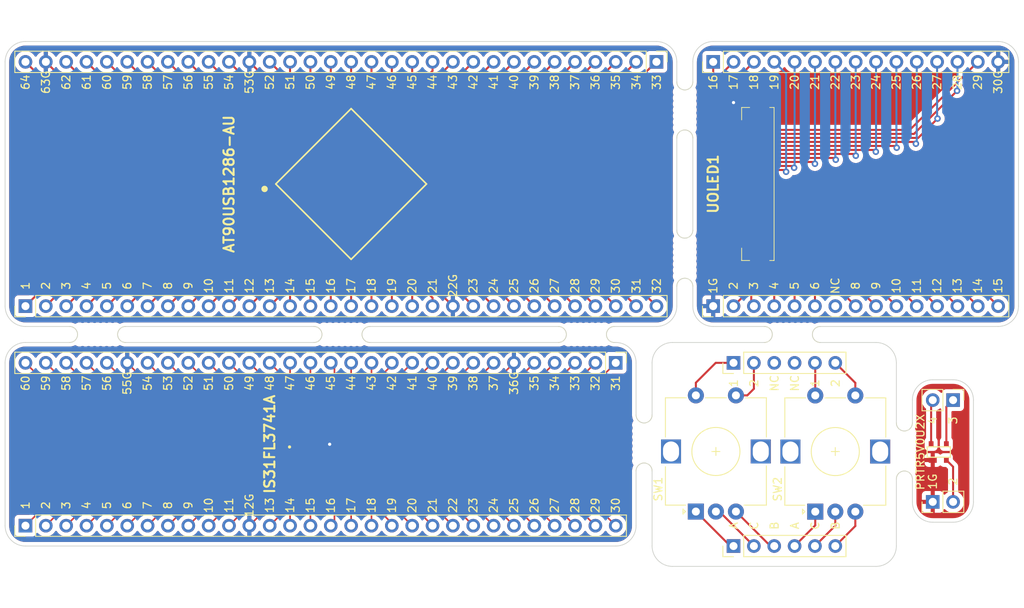
<source format=kicad_pcb>
(kicad_pcb (version 20211014) (generator pcbnew)
  (layers (0 "F.Cu" signal) (31 "B.Cu" signal) (34 "B.Paste" user) (35 "F.Paste" user) (36 "B.SilkS" user "B.Silkscreen") (37 "F.SilkS" user "F.Silkscreen") (38 "B.Mask" user) (39 "F.Mask" user) (44 "Edge.Cuts" user))
  (net 0 "")
  (net 1 "Net-(IC1-Pad1)")
  (net 2 "Net-(IC1-Pad2)")
  (net 3 "Net-(IC1-Pad3)")
  (net 4 "Net-(IC1-Pad4)")
  (net 5 "Net-(IC1-Pad5)")
  (net 6 "Net-(IC1-Pad6)")
  (net 7 "Net-(IC1-Pad7)")
  (net 8 "Net-(IC1-Pad8)")
  (net 9 "Net-(IC1-Pad9)")
  (net 10 "Net-(IC1-Pad10)")
  (net 11 "Net-(IC1-Pad11)")
  (net 12 "Net-(IC1-Pad12)")
  (net 13 "Net-(IC1-Pad13)")
  (net 14 "Net-(IC1-Pad14)")
  (net 15 "Net-(IC1-Pad15)")
  (net 16 "Net-(IC1-Pad16)")
  (net 17 "Net-(IC1-Pad17)")
  (net 18 "Net-(IC1-Pad18)")
  (net 19 "Net-(IC1-Pad19)")
  (net 20 "Net-(IC1-Pad20)")
  (net 21 "Net-(IC1-Pad21)")
  (net 22 "GND_1")
  (net 23 "Net-(IC1-Pad23)")
  (net 24 "Net-(IC1-Pad24)")
  (net 25 "Net-(IC1-Pad25)")
  (net 26 "Net-(IC1-Pad26)")
  (net 27 "Net-(IC1-Pad27)")
  (net 28 "Net-(IC1-Pad28)")
  (net 29 "Net-(IC1-Pad29)")
  (net 30 "Net-(IC1-Pad30)")
  (net 31 "Net-(IC1-Pad31)")
  (net 32 "Net-(IC1-Pad32)")
  (net 33 "Net-(IC1-Pad33)")
  (net 34 "Net-(IC1-Pad34)")
  (net 35 "Net-(IC1-Pad35)")
  (net 36 "Net-(IC1-Pad36)")
  (net 37 "Net-(IC1-Pad37)")
  (net 38 "Net-(IC1-Pad38)")
  (net 39 "Net-(IC1-Pad39)")
  (net 40 "Net-(IC1-Pad40)")
  (net 41 "Net-(IC1-Pad41)")
  (net 42 "Net-(IC1-Pad42)")
  (net 43 "Net-(IC1-Pad43)")
  (net 44 "Net-(IC1-Pad44)")
  (net 45 "Net-(IC1-Pad45)")
  (net 46 "Net-(IC1-Pad46)")
  (net 47 "Net-(IC1-Pad47)")
  (net 48 "Net-(IC1-Pad48)")
  (net 49 "Net-(IC1-Pad49)")
  (net 50 "Net-(IC1-Pad50)")
  (net 51 "Net-(IC1-Pad51)")
  (net 52 "Net-(IC1-Pad52)")
  (net 53 "Net-(IC1-Pad54)")
  (net 54 "Net-(IC1-Pad55)")
  (net 55 "Net-(IC1-Pad56)")
  (net 56 "Net-(IC1-Pad57)")
  (net 57 "Net-(IC1-Pad58)")
  (net 58 "Net-(IC1-Pad59)")
  (net 59 "Net-(IC1-Pad60)")
  (net 60 "Net-(IC1-Pad61)")
  (net 61 "Net-(IC1-Pad62)")
  (net 62 "Net-(IC1-Pad64)")
  (net 63 "Net-(J1-Pad1)")
  (net 64 "Net-(J1-Pad2)")
  (net 65 "Net-(J1-Pad3)")
  (net 66 "Net-(J1-Pad4)")
  (net 67 "Net-(J1-Pad5)")
  (net 68 "Net-(J1-Pad6)")
  (net 69 "Net-(J1-Pad7)")
  (net 70 "Net-(J1-Pad8)")
  (net 71 "Net-(J1-Pad9)")
  (net 72 "Net-(J1-Pad10)")
  (net 73 "Net-(J5-Pad1)")
  (net 74 "Net-(J5-Pad2)")
  (net 75 "Net-(J5-Pad3)")
  (net 76 "Net-(J5-Pad4)")
  (net 77 "Net-(J5-Pad5)")
  (net 78 "GND_3")
  (net 79 "Net-(J5-Pad7)")
  (net 80 "Net-(J5-Pad8)")
  (net 81 "Net-(J5-Pad9)")
  (net 82 "Net-(J5-Pad10)")
  (net 83 "Net-(J8-Pad1)")
  (net 84 "Net-(J8-Pad2)")
  (net 85 "Net-(J8-Pad3)")
  (net 86 "Net-(J8-Pad4)")
  (net 87 "Net-(J8-Pad5)")
  (net 88 "Net-(J8-Pad6)")
  (net 89 "GND_5")
  (net 90 "Net-(J19-Pad2)")
  (net 91 "Net-(J23-Pad1)")
  (net 92 "Net-(J23-Pad2)")
  (net 93 "Net-(SW1-PadS1)")
  (net 94 "Net-(SW1-PadS2)")
  (net 95 "GND_7")
  (net 96 "Net-(JOLED1-Pad2)")
  (net 97 "Net-(JOLED1-Pad3)")
  (net 98 "Net-(JOLED1-Pad4)")
  (net 99 "Net-(JOLED1-Pad5)")
  (net 100 "Net-(JOLED1-Pad6)")
  (net 102 "Net-(JOLED1-Pad8)")
  (net 103 "Net-(JOLED1-Pad9)")
  (net 104 "Net-(JOLED1-Pad10)")
  (net 105 "Net-(JOLED1-Pad11)")
  (net 106 "Net-(JOLED1-Pad12)")
  (net 107 "Net-(JOLED1-Pad13)")
  (net 108 "Net-(JOLED1-Pad14)")
  (net 109 "Net-(JOLED1-Pad15)")
  (net 110 "Net-(JOLED2-Pad1)")
  (net 111 "Net-(JOLED2-Pad2)")
  (net 112 "Net-(JOLED2-Pad3)")
  (net 113 "Net-(JOLED2-Pad4)")
  (net 114 "Net-(JOLED2-Pad5)")
  (net 115 "Net-(JOLED2-Pad6)")
  (net 116 "Net-(JOLED2-Pad7)")
  (net 117 "Net-(JOLED2-Pad8)")
  (net 118 "Net-(JOLED2-Pad9)")
  (net 119 "Net-(JOLED2-Pad10)")
  (net 120 "Net-(JOLED2-Pad11)")
  (net 121 "Net-(JOLED2-Pad12)")
  (net 122 "Net-(JOLED2-Pad13)")
  (net 123 "Net-(JOLED2-Pad14)")
  (net 127 "Net-(SW2-PadS1)")
  (net 128 "Net-(SW2-PadS2)")
  (net 129 "Net-(J1-Pad11)")
  (net 130 "Net-(J1-Pad13)")
  (net 131 "Net-(J1-Pad14)")
  (net 132 "Net-(J1-Pad15)")
  (net 133 "Net-(J1-Pad16)")
  (net 134 "Net-(J1-Pad17)")
  (net 135 "Net-(J1-Pad18)")
  (net 136 "Net-(J1-Pad19)")
  (net 137 "Net-(J1-Pad20)")
  (net 138 "Net-(J1-Pad21)")
  (net 139 "Net-(J1-Pad22)")
  (net 140 "Net-(J1-Pad23)")
  (net 141 "Net-(J1-Pad24)")
  (net 142 "Net-(J1-Pad25)")
  (net 143 "Net-(J1-Pad26)")
  (net 144 "Net-(J1-Pad27)")
  (net 145 "Net-(J1-Pad28)")
  (net 146 "Net-(J1-Pad29)")
  (net 147 "Net-(J1-Pad30)")
  (net 148 "Net-(J5-Pad11)")
  (net 149 "Net-(J5-Pad12)")
  (net 150 "Net-(J5-Pad13)")
  (net 151 "Net-(J5-Pad14)")
  (net 152 "Net-(J5-Pad15)")
  (net 153 "Net-(J5-Pad16)")
  (net 154 "Net-(J5-Pad17)")
  (net 155 "Net-(J5-Pad18)")
  (net 156 "Net-(J5-Pad19)")
  (net 157 "Net-(J5-Pad20)")
  (net 158 "Net-(J5-Pad21)")
  (net 159 "Net-(J5-Pad22)")
  (net 160 "Net-(J5-Pad23)")
  (net 161 "Net-(J5-Pad24)")
  (net 162 "Net-(J5-Pad26)")
  (net 163 "Net-(J5-Pad27)")
  (net 164 "Net-(J5-Pad28)")
  (net 165 "Net-(J5-Pad29)")
  (net 166 "Net-(J5-Pad30)")
  (footprint "Panelization:mouse-bite-2mm-slot-5mm-width" (layer "F.Cu") (at 98.319998 57.460001)
    (fp_text reference "mouse-bite-2mm-slot" hide)
    (fp_text value "VAL**" hide)
  )
  (footprint "Connector_PinHeader_2.54mm:PinHeader_1x32_P2.54mm_Vertical" (layer "F.Cu") (at 107.059998 23.440001 -90)
    (fp_text reference "J11" hide)
    (fp_text value "Conn_01x32_Female")
  )
  (footprint "Connector_PinHeader_2.54mm:PinHeader_1x02_P2.54mm_Vertical" (layer "F.Cu") (at 141.540001 78.350001 90)
    (fp_text reference "J19" hide)
    (fp_text value "Conn_01x02_Female")
  )
  (footprint "Panelization:mouse-bite-2mm-slot-5mm-width" (layer "F.Cu") (at 138 72 90)
    (fp_text reference "mouse-bite-2mm-slot" hide)
    (fp_text value "VAL**" hide)
  )
  (footprint "Panelization:mouse-bite-2mm-slot-5mm-width" (layer "F.Cu") (at 105.519998 71.000001 90)
    (fp_text reference "mouse-bite-2mm-slot" hide)
    (fp_text value "VAL**" hide)
  )
  (footprint "Connector_PinHeader_2.54mm:PinHeader_1x06_P2.54mm_Vertical" (layer "F.Cu") (at 116.679999 83.860001 90)
    (fp_text reference "J8" hide)
    (fp_text value "Conn_01x06_Female")
  )
  (footprint "Connector_PinHeader_2.54mm:PinHeader_1x30_P2.54mm_Vertical" (layer "F.Cu") (at 28.319998 81.320001 90)
    (fp_text reference "J1" hide)
    (fp_text value "Conn_01x30_Female")
  )
  (footprint "Connector_PinHeader_2.54mm:PinHeader_1x06_P2.54mm_Vertical" (layer "F.Cu") (at 116.679999 61.000001 90)
    (fp_text reference "J12" hide)
    (fp_text value "Conn_01x06_Female")
  )
  (footprint "Panelization:mouse-bite-2mm-slot-5mm-width" (layer "F.Cu") (at 110.599998 47.940001 90)
    (fp_text reference "mouse-bite-2mm-slot" hide)
    (fp_text value "VAL**" hide)
  )
  (footprint "Panelization:mouse-bite-2mm-slot-5mm-width" (layer "F.Cu") (at 124.019998 57.460001)
    (fp_text reference "mouse-bite-2mm-slot" hide)
    (fp_text value "VAL**" hide)
  )
  (footprint "Panelization:mouse-bite-2mm-slot-5mm-width" (layer "F.Cu") (at 110.599998 29.440001 90)
    (fp_text reference "mouse-bite-2mm-slot" hide)
    (fp_text value "VAL**" hide)
  )
  (footprint "Rotary_Encoder:RotaryEncoder_Alps_EC12E-Switch_Vertical_H20mm" (layer "F.Cu") (at 111.979999 79.560001 90)
    (fp_text reference "SW1")
    (fp_text value "RotaryEncoder_Switch")
  )
  (footprint "random-keyboard-parts:SOT143B" (layer "F.Cu") (at 142.290001 72.130001 90)
    (fp_text reference "U3" hide)
    (fp_text value "PRTR5V0U2X")
  )
  (footprint "SamacSys_Parts:AT90USB1286-AU" (layer "F.Cu") (at 68.959998 38.680001 45)
    (fp_text reference "IC1" hide)
    (fp_text value "AT90USB1286-AU")
  )
  (footprint "Connector_PinHeader_2.54mm:PinHeader_1x30_P2.54mm_Vertical" (layer "F.Cu") (at 101.979998 61.000001 -90)
    (fp_text reference "J5" hide)
    (fp_text value "Conn_01x30_Female")
  )
  (footprint "Connector_PinHeader_2.54mm:PinHeader_1x15_P2.54mm_Vertical" (layer "F.Cu") (at 114.144998 23.440001 90)
    (fp_text reference "JOLED2" hide)
    (fp_text value "Conn_01x15_Female")
  )
  (footprint "Rotary_Encoder:RotaryEncoder_Alps_EC12E-Switch_Vertical_H20mm" (layer "F.Cu") (at 126.879999 79.570001 90)
    (fp_text reference "SW2")
    (fp_text value "RotaryEncoder_Switch")
  )
  (footprint "SamacSys_Parts:5051103091" (layer "F.Cu") (at 119.219998 38.680001 90)
    (fp_text reference "UOLED1")
    (fp_text value "UG-2864HSWEG01" hide)
  )
  (footprint "Panelization:mouse-bite-2mm-slot-5mm-width" (layer "F.Cu") (at 37.319998 57.460001)
    (fp_text reference "mouse-bite-2mm-slot" hide)
    (fp_text value "VAL**" hide)
  )
  (footprint "Panelization:mouse-bite-2mm-slot-5mm-width" (layer "F.Cu") (at 67.819998 57.460001)
    (fp_text reference "mouse-bite-2mm-slot" hide)
    (fp_text value "VAL**" hide)
  )
  (footprint "Connector_PinHeader_2.54mm:PinHeader_1x32_P2.54mm_Vertical" (layer "F.Cu") (at 28.319998 53.920001 90)
    (fp_text reference "J3" hide)
    (fp_text value "Conn_01x32_Female")
  )
  (footprint "Connector_PinHeader_2.54mm:PinHeader_1x02_P2.54mm_Vertical" (layer "F.Cu") (at 144.080001 65.650001 -90)
    (fp_text reference "J23" hide)
    (fp_text value "Conn_01x02_Female")
  )
  (footprint "Connector_PinHeader_2.54mm:PinHeader_1x15_P2.54mm_Vertical" (layer "F.Cu") (at 114.139998 53.920001 90)
    (fp_text reference "JOLED1" hide)
    (fp_text value "Conn_01x15_Female")
  )
  (footprint "SamacSys_Parts:QFN40P700X700X80-61N-D" (layer "F.Cu") (at 66.419998 71.160001 45)
    (fp_text reference "U1" hide)
    (fp_text value "IS31FL3741A")
  )
  (gr_arc (start 139 68.5) (mid 138 69.5) (end 137 68.5) (layer "Edge.Cuts") (width 0.1))
  (gr_line (start 33.819998 58.460001) (end 28.319998 58.460001) (layer "Edge.Cuts") (width 0.1))
  (gr_line (start 136.999999 83.860001) (end 137 75.5) (layer "Edge.Cuts") (width 0.1))
  (gr_line (start 104.519998 67.500001) (end 104.519998 61.000001) (layer "Edge.Cuts") (width 0.1))
  (gr_line (start 109.599998 23.440001) (end 109.599998 25.940001) (layer "Edge.Cuts") (width 0.1))
  (gr_line (start 109.599998 44.440001) (end 109.599998 32.940001) (layer "Edge.Cuts") (width 0.1))
  (gr_line (start 139 68.5) (end 139 65.65) (layer "Edge.Cuts") (width 0.1))
  (gr_line (start 104.519998 74.500001) (end 104.519998 81.320001) (layer "Edge.Cuts") (width 0.1))
  (gr_line (start 28.319998 20.900001) (end 107.059998 20.900001) (layer "Edge.Cuts") (width 0.1))
  (gr_arc (start 149.699998 20.900001) (mid 151.496049 21.64395) (end 152.239998 23.440001) (layer "Edge.Cuts") (width 0.1))
  (gr_line (start 94.819998 56.460001) (end 71.319998 56.460001) (layer "Edge.Cuts") (width 0.1))
  (gr_arc (start 139 65.65) (mid 139.743949 63.853949) (end 141.54 63.11) (layer "Edge.Cuts") (width 0.1))
  (gr_arc (start 101.979998 58.460001) (mid 103.776049 59.20395) (end 104.519998 61.000001) (layer "Edge.Cuts") (width 0.1))
  (gr_line (start 146.620001 78.350001) (end 146.620001 65.650001) (layer "Edge.Cuts") (width 0.1))
  (gr_arc (start 109.599998 51.440001) (mid 110.599998 50.440001) (end 111.599998 51.440001) (layer "Edge.Cuts") (width 0.1))
  (gr_line (start 28.319998 83.860001) (end 101.979998 83.860001) (layer "Edge.Cuts") (width 0.1))
  (gr_arc (start 136.999999 83.860001) (mid 136.25605 85.656052) (end 134.459999 86.400001) (layer "Edge.Cuts") (width 0.1))
  (gr_line (start 139 75.5) (end 139.000001 78.350001) (layer "Edge.Cuts") (width 0.1))
  (gr_arc (start 137 75.5) (mid 138 74.5) (end 139 75.5) (layer "Edge.Cuts") (width 0.1))
  (gr_line (start 141.540001 80.890001) (end 144.080001 80.890001) (layer "Edge.Cuts") (width 0.1))
  (gr_arc (start 25.779998 61.000001) (mid 26.523947 59.20395) (end 28.319998 58.460001) (layer "Edge.Cuts") (width 0.1))
  (gr_arc (start 109.599998 32.940001) (mid 110.599998 31.940001) (end 111.599998 32.940001) (layer "Edge.Cuts") (width 0.1))
  (gr_line (start 120.519998 58.460001) (end 109.059998 58.460001) (layer "Edge.Cuts") (width 0.1))
  (gr_arc (start 111.599998 23.440001) (mid 112.343947 21.64395) (end 114.139998 20.900001) (layer "Edge.Cuts") (width 0.1))
  (gr_arc (start 28.319998 83.860001) (mid 26.523947 83.116052) (end 25.779998 81.320001) (layer "Edge.Cuts") (width 0.1))
  (gr_line (start 111.599998 25.940001) (end 111.599998 23.440001) (layer "Edge.Cuts") (width 0.1))
  (gr_arc (start 109.599998 53.920001) (mid 108.856049 55.716052) (end 107.059998 56.460001) (layer "Edge.Cuts") (width 0.1))
  (gr_arc (start 144.080001 63.110001) (mid 145.876052 63.85395) (end 146.620001 65.650001) (layer "Edge.Cuts") (width 0.1))
  (gr_arc (start 106.519998 61.000001) (mid 107.263947 59.20395) (end 109.059998 58.460001) (layer "Edge.Cuts") (width 0.1))
  (gr_line (start 114.139998 56.460001) (end 120.519998 56.460001) (layer "Edge.Cuts") (width 0.1))
  (gr_arc (start 104.519998 74.500001) (mid 105.519998 73.500001) (end 106.519998 74.500001) (layer "Edge.Cuts") (width 0.1))
  (gr_line (start 144.080001 63.110001) (end 141.54 63.11) (layer "Edge.Cuts") (width 0.1))
  (gr_arc (start 25.779998 23.440001) (mid 26.523947 21.64395) (end 28.319998 20.900001) (layer "Edge.Cuts") (width 0.1))
  (gr_line (start 109.599998 51.440001) (end 109.599998 53.920001) (layer "Edge.Cuts") (width 0.1))
  (gr_line (start 107.059998 56.460001) (end 101.819998 56.460001) (layer "Edge.Cuts") (width 0.1))
  (gr_arc (start 28.319998 56.460001) (mid 26.523947 55.716052) (end 25.779998 53.920001) (layer "Edge.Cuts") (width 0.1))
  (gr_arc (start 134.46 58.46) (mid 136.256051 59.203949) (end 137 61) (layer "Edge.Cuts") (width 0.1))
  (gr_line (start 109.059999 86.400001) (end 134.459999 86.400001) (layer "Edge.Cuts") (width 0.1))
  (gr_arc (start 64.319998 56.460001) (mid 65.319998 57.460001) (end 64.319998 58.460001) (layer "Edge.Cuts") (width 0.1))
  (gr_line (start 149.699998 20.900001) (end 114.139998 20.900001) (layer "Edge.Cuts") (width 0.1))
  (gr_line (start 40.819998 58.460001) (end 64.319998 58.460001) (layer "Edge.Cuts") (width 0.1))
  (gr_line (start 111.599998 53.920001) (end 111.599998 51.440001) (layer "Edge.Cuts") (width 0.1))
  (gr_arc (start 107.059998 20.900001) (mid 108.856049 21.64395) (end 109.599998 23.440001) (layer "Edge.Cuts") (width 0.1))
  (gr_arc (start 141.540001 80.890001) (mid 139.74395 80.146052) (end 139.000001 78.350001) (layer "Edge.Cuts") (width 0.1))
  (gr_line (start 127.519998 58.460001) (end 134.46 58.46) (layer "Edge.Cuts") (width 0.1))
  (gr_arc (start 33.819998 56.460001) (mid 34.819998 57.460001) (end 33.819998 58.460001) (layer "Edge.Cuts") (width 0.1))
  (gr_arc (start 146.620001 78.350001) (mid 145.876052 80.146052) (end 144.080001 80.890001) (layer "Edge.Cuts") (width 0.1))
  (gr_arc (start 109.059999 86.400001) (mid 107.263948 85.656052) (end 106.519999 83.860001) (layer "Edge.Cuts") (width 0.1))
  (gr_arc (start 94.819998 56.460001) (mid 95.819998 57.460001) (end 94.819998 58.460001) (layer "Edge.Cuts") (width 0.1))
  (gr_line (start 101.979998 58.460001) (end 101.819998 58.460001) (layer "Edge.Cuts") (width 0.1))
  (gr_line (start 106.519998 67.500001) (end 106.519998 61.000001) (layer "Edge.Cuts") (width 0.1))
  (gr_line (start 33.819998 56.460001) (end 28.319998 56.460001) (layer "Edge.Cuts") (width 0.1))
  (gr_arc (start 106.519998 67.500001) (mid 105.519998 68.500001) (end 104.519998 67.500001) (layer "Edge.Cuts") (width 0.1))
  (gr_line (start 111.599998 32.940001) (end 111.599998 44.440001) (layer "Edge.Cuts") (width 0.1))
  (gr_arc (start 101.819998 58.460001) (mid 100.819998 57.460001) (end 101.819998 56.460001) (layer "Edge.Cuts") (width 0.1))
  (gr_line (start 137 68.5) (end 137 61) (layer "Edge.Cuts") (width 0.1))
  (gr_line (start 106.519998 74.500001) (end 106.519999 83.860001) (layer "Edge.Cuts") (width 0.1))
  (gr_arc (start 111.599998 44.440001) (mid 110.599998 45.440001) (end 109.599998 44.440001) (layer "Edge.Cuts") (width 0.1))
  (gr_line (start 64.319998 56.460001) (end 40.819998 56.460001) (layer "Edge.Cuts") (width 0.1))
  (gr_line (start 152.239998 53.920001) (end 152.239998 23.440001) (layer "Edge.Cuts") (width 0.1))
  (gr_line (start 127.519998 56.460001) (end 149.699998 56.460001) (layer "Edge.Cuts") (width 0.1))
  (gr_arc (start 127.519998 58.460001) (mid 126.519998 57.460001) (end 127.519998 56.460001) (layer "Edge.Cuts") (width 0.1))
  (gr_arc (start 152.239998 53.920001) (mid 151.496049 55.716052) (end 149.699998 56.460001) (layer "Edge.Cuts") (width 0.1))
  (gr_arc (start 40.819998 58.460001) (mid 39.819998 57.460001) (end 40.819998 56.460001) (layer "Edge.Cuts") (width 0.1))
  (gr_line (start 25.779998 61.000001) (end 25.779998 81.320001) (layer "Edge.Cuts") (width 0.1))
  (gr_arc (start 71.319998 58.460001) (mid 70.319998 57.460001) (end 71.319998 56.460001) (layer "Edge.Cuts") (width 0.1))
  (gr_arc (start 111.599998 25.940001) (mid 110.599998 26.940001) (end 109.599998 25.940001) (layer "Edge.Cuts") (width 0.1))
  (gr_line (start 94.819998 58.460001) (end 71.319998 58.460001) (layer "Edge.Cuts") (width 0.1))
  (gr_arc (start 114.139998 56.460001) (mid 112.343947 55.716052) (end 111.599998 53.920001) (layer "Edge.Cuts") (width 0.1))
  (gr_arc (start 104.519998 81.320001) (mid 103.776049 83.116052) (end 101.979998 83.860001) (layer "Edge.Cuts") (width 0.1))
  (gr_line (start 25.779998 53.920001) (end 25.779998 23.440001) (layer "Edge.Cuts") (width 0.1))
  (gr_arc (start 120.519998 56.460001) (mid 121.519998 57.460001) (end 120.519998 58.460001) (layer "Edge.Cuts") (width 0.1))
  (gr_text "11" (at 139.539998 51.380001 90) (layer "F.SilkS") (effects (font (size 1 1))))
  (gr_text "1" (at 116.709999 63.540001 90) (layer "F.SilkS") (effects (font (size 1 1))))
  (gr_text "23" (at 131.919998 25.980001 90) (layer "F.SilkS") (effects (font (size 1 1))))
  (gr_text "27" (at 94.359998 51.380001 90) (layer "F.SilkS") (effects (font (size 1 1))))
  (gr_text "63G" (at 30.859998 25.980001 90) (layer "F.SilkS") (effects (font (size 1 1))))
  (gr_text "28" (at 96.899998 78.780001 90) (layer "F.SilkS") (effects (font (size 1 1))))
  (gr_text "12" (at 56.259998 51.380001 90) (layer "F.SilkS") (effects (font (size 1 1))))
  (gr_text "44" (at 68.959998 63.540001 90) (layer "F.SilkS") (effects (font (size 1 1))))
  (gr_text "64" (at 28.319998 25.980001 90) (layer "F.SilkS") (effects (font (size 1 1))))
  (gr_text "6" (at 41.019998 78.780001 90) (layer "F.SilkS") (effects (font (size 1 1))))
  (gr_text "10" (at 51.179998 51.380001 90) (layer "F.SilkS") (effects (font (size 1 1))))
  (gr_text "11" (at 53.719998 78.780001 90) (layer "F.SilkS") (effects (font (size 1 1))))
  (gr_text "50" (at 63.879998 25.980001 90) (layer "F.SilkS") (effects (font (size 1 1))))
  (gr_text "15" (at 149.699998 51.380001 90) (layer "F.SilkS") (effects (font (size 1 1))))
  (gr_text "48" (at 58.799998 63.540001 90) (layer "F.SilkS") (effects (font (size 1 1))))
  (gr_text "36" (at 99.439998 25.980001 90) (layer "F.SilkS") (effects (font (size 1 1))))
  (gr_text "56" (at 38.479998 63.540001 90) (layer "F.SilkS") (effects (font (size 1 1))))
  (gr_text "2" (at 30.859998 78.780001 90) (layer "F.SilkS") (effects (font (size 1 1))))
  (gr_text "42" (at 84.199998 25.980001 90) (layer "F.SilkS") (effects (font (size 1 1))))
  (gr_text "C" (at 126.869999 81.320001 90) (layer "F.SilkS") (effects (font (size 1 1))))
  (gr_text "23" (at 84.199998 78.780001 90) (layer "F.SilkS") (effects (font (size 1 1))))
  (gr_text "16" (at 114.139998 25.980001 90) (layer "F.SilkS") (effects (font (size 1 1))))
  (gr_text "7" (at 43.559998 51.380001 90) (layer "F.SilkS") (effects (font (size 1 1))))
  (gr_text "20" (at 76.579998 51.380001 90) (layer "F.SilkS") (effects (font (size 1 1))))
  (gr_text "24" (at 86.739998 51.380001 90) (layer "F.SilkS") (effects (font (size 1 1))))
  (gr_text "15" (at 63.879998 51.380001 90) (layer "F.SilkS") (effects (font (size 1 1))))
  (gr_text "57" (at 46.099998 25.980001 90) (layer "F.SilkS") (effects (font (size 1 1))))
  (gr_text "55" (at 51.179998 25.980001 90) (layer "F.SilkS") (effects (font (size 1 1))))
  (gr_text "20" (at 76.579998 78.780001 90) (layer "F.SilkS") (effects (font (size 1 1))))
  (gr_text "30" (at 101.979998 51.380001 90) (layer "F.SilkS") (effects (font (size 1 1))))
  (gr_text "B" (at 129.409999 81.320001 90) (layer "F.SilkS") (effects (font (size 1 1))))
  (gr_text "3" (at 33.399998 78.780001 90) (layer "F.SilkS") (effects (font (size 1 1))))
  (gr_text "25" (at 89.279998 51.380001 90) (layer "F.SilkS") (effects (font (size 1 1))))
  (gr_text "8" (at 46.099998 51.380001 90) (layer "F.SilkS") (effects (font (size 1 1))))
  (gr_text "30" (at 101.979998 78.780001 90) (layer "F.SilkS") (effects (font (size 1 1))))
  (gr_text "29" (at 99.439998 78.780001 90) (layer "F.SilkS") (effects (font (size 1 1))))
  (gr_text "59" (at 41.019998 25.980001 90) (layer "F.SilkS") (effects (font (size 1 1))))
  (gr_text "18" (at 71.499998 51.380001 90) (layer "F.SilkS") (effects (font (size 1 1))))
  (gr_text "14" (at 147.159998 51.380001 90) (layer "F.SilkS") (effects (font (size 1 1))))
  (gr_text "13" (at 144.619998 51.380001 90) (layer "F.SilkS") (effects (font (size 1 1))))
  (gr_text "19" (at 74.039998 51.380001 90) (layer "F.SilkS") (effects (font (size 1 1))))
  (gr_text "40" (at 79.119998 63.540001 90) (layer "F.SilkS") (effects (font (size 1 1))))
  (gr_text "14" (at 61.339998 51.380001 90) (layer "F.SilkS") (effects (font (size 1 1))))
  (gr_text "17" (at 68.959998 78.780001 90) (layer "F.SilkS") (effects (font (size 1 1))))
  (gr_text "1G" (at 141.540001 75.810001 90) (layer "F.SilkS") (effects (font (size 1 1))))
  (gr_text "1" (at 126.869999 63.540001 90) (layer "F.SilkS") (effects (font (size 1 1))))
  (gr_text "26" (at 139.539998 25.980001 90) (layer "F.SilkS") (effects (font (size 1 1))))
  (gr_text "2" (at 30.859998 51.380001 90) (layer "F.SilkS") (effects (font (size 1 1))))
  (gr_text "33" (at 107.089998 25.980001 90) (layer "F.SilkS") (effects (font (size 1 1))))
  (gr_text "10" (at 136.999998 51.380001 90) (layer "F.SilkS") (effects (font (size 1 1))))
  (gr_text "41" (at 76.579998 63.540001 90) (layer "F.SilkS") (effects (font (size 1 1))))
  (gr_text "8" (at 46.099998 78.780001 90) (layer "F.SilkS") (effects (font (size 1 1))))
  (gr_text "28" (at 96.899998 51.380001 90) (layer "F.SilkS") (effects (font (size 1 1))))
  (gr_text "37" (at 96.899998 25.980001 90) (layer "F.SilkS") (effects (font (size 1 1))))
  (gr_text "13" (at 58.799998 78.780001 90) (layer "F.SilkS") (effects (font (size 1 1))))
  (gr_text "45" (at 66.419998 63.540001 90) (layer "F.SilkS") (effects (font (size 1 1))))
  (gr_text "57" (at 35.939998 63.540001 90) (layer "F.SilkS") (effects (font (size 1 1))))
  (gr_text "B" (at 121.789999 81.320001 90) (layer "F.SilkS") (effects (font (size 1 1))))
  (gr_text "6" (at 41.019998 51.380001 90) (layer "F.SilkS") (effects (font (size 1 1))))
  (gr_text "56" (at 48.639998 25.980001 90) (layer "F.SilkS") (effects (font (size 1 1))))
  (gr_text "2" (at 144.080001 75.810001 90) (layer "F.SilkS") (effects (font (size 1 1))))
  (gr_text "19" (at 74.039998 78.780001 90) (layer "F.SilkS") (effects (font (size 1 1))))
  (gr_text "27" (at 94.359998 78.780001 90) (layer "F.SilkS") (effects (font (size 1 1))))
  (gr_text "18" (at 119.219998 25.980001 90) (layer "F.SilkS") (effects (font (size 1 1))))
  (gr_text "38" (at 94.359998 25.980001 90) (layer "F.SilkS") (effects (font (size 1 1))))
  (gr_text "25" (at 89.279998 78.780001 90) (layer "F.SilkS") (effects (font (size 1 1))))
  (gr_text "A" (at 116.709999 81.320001 90) (layer "F.SilkS") (effects (font (size 1 1))))
  (gr_text "9" (at 48.639998 51.380001 90) (layer "F.SilkS") (effects (font (size 1 1))))
  (gr_text "48" (at 68.959998 25.980001 90) (layer "F.SilkS") (effects (font (size 1 1))))
  (gr_text "47" (at 71.499998 25.980001 90) (layer "F.SilkS") (effects (font (size 1 1))))
  (gr_text "29" (at 147.159998 25.980001 90) (layer "F.SilkS") (effects (font (size 1 1))))
  (gr_text "11" (at 53.719998 51.380001 90) (layer "F.SilkS") (effects (font (size 1 1))))
  (gr_text "18" (at 71.499998 78.780001 90) (layer "F.SilkS") (effects (font (size 1 1))))
  (gr_text "42" (at 74.039998 63.540001 90) (layer "F.SilkS") (effects (font (size 1 1))))
  (gr_text "52" (at 58.799998 25.980001 90) (layer "F.SilkS") (effects (font (size 1 1))))
  (gr_text "28" (at 144.619998 25.980001 90) (layer "F.SilkS") (effects (font (size 1 1))))
  (gr_text "5" (at 124.299998 51.380001 90) (layer "F.SilkS") (effects (font (size 1 1))))
  (gr_text "12" (at 142.079998 51.380001 90) (layer "F.SilkS") (effects (font (size 1 1))))
  (gr_text "33" (at 96.899998 63.540001 90) (layer "F.SilkS") (effects (font (size 1 1))))
  (gr_text "46" (at 74.039998 25.980001 90) (layer "F.SilkS") (effects (font (size 1 1))))
  (gr_text "30G" (at 149.699998 25.980001 90) (layer "F.SilkS") (effects (font (size 1 1))))
  (gr_text "43" (at 81.659998 25.980001 90) (layer "F.SilkS") (effects (font (size 1 1))))
  (gr_text "4" (at 35.939998 51.380001 90) (layer "F.SilkS") (effects (font (size 1 1))))
  (gr_text "2" (at 119.249999 63.540001 90) (layer "F.SilkS") (effects (font (size 1 1))))
  (gr_text "44" (at 79.119998 25.980001 90) (layer "F.SilkS") (effects (font (size 1 1))))
  (gr_text "7" (at 43.559998 78.780001 90) (layer "F.SilkS") (effects (font (size 1 1))))
  (gr_text "62" (at 33.399998 25.980001 90) (layer "F.SilkS") (effects (font (size 1 1))))
  (gr_text "27" (at 142.079998 25.980001 90) (layer "F.SilkS") (effects (font (size 1 1))))
  (gr_text "59" (at 30.859998 63.540001 90) (layer "F.SilkS") (effects (font (size 1 1))))
  (gr_text "31" (at 101.979998 63.540001 90) (layer "F.SilkS") (effects (font (size 1 1))))
  (gr_text "13" (at 58.799998 51.380001 90) (layer "F.SilkS") (effects (font (size 1 1))))
  (gr_text "17" (at 68.959998 51.380001 90) (layer "F.SilkS") (effects (font (size 1 1))))
  (gr_text "53" (at 46.099998 63.540001 90) (layer "F.SilkS") (effects (font (size 1 1))))
  (gr_text "46" (at 63.879998 63.540001 90) (layer "F.SilkS") (effects (font (size 1 1))))
  (gr_text "10" (at 51.179998 78.780001 90) (layer "F.SilkS") (effects (font (size 1 1))))
  (gr_text "21" (at 79.119998 78.780001 90) (layer "F.SilkS") (effects (font (size 1 1))))
  (gr_text "61" (at 35.939998 25.980001 90) (layer "F.SilkS") (effects (font (size 1 1))))
  (gr_text "9" (at 48.639998 78.780001 90) (layer "F.SilkS") (effects (font (size 1 1))))
  (gr_text "36G" (at 89.279998 63.540001 90) (layer "F.SilkS") (effects (font (size 1 1))))
  (gr_text "35" (at 91.819998 63.540001 90) (layer "F.SilkS") (effects (font (size 1 1))))
  (gr_text "22" (at 129.379998 25.980001 90) (layer "F.SilkS") (effects (font (size 1 1))))
  (gr_text "26" (at 91.819998 78.780001 90) (layer "F.SilkS") (effects (font (size 1 1))))
  (gr_text "58" (at 33.399998 63.540001 90) (layer "F.SilkS") (effects (font (size 1 1))))
  (gr_text "38" (at 84.199998 63.540001 90) (layer "F.SilkS") (effects (font (size 1 1))))
  (gr_text "34" (at 104.549998 25.980001 90) (layer "F.SilkS") (effects (font (size 1 1))))
  (gr_text "1" (at 28.319998 78.780001 90) (layer "F.SilkS") (effects (font (size 1 1))))
  (gr_text "1" (at 28.319998 51.380001 90) (layer "F.SilkS") (effects (font (size 1 1))))
  (gr_text "14" (at 61.339998 78.780001 90) (layer "F.SilkS") (effects (font (size 1 1))))
  (gr_text "6" (at 126.839998 51.380001 90) (layer "F.SilkS") (effects (font (size 1 1))))
  (gr_text "12G" (at 56.259998 78.780001 90) (layer "F.SilkS") (effects (font (size 1 1))))
  (gr_text "26" (at 91.819998 51.380001 90) (layer "F.SilkS") (effects (font (size 1 1))))
  (gr_text "21" (at 126.839998 25.980001 90) (layer "F.SilkS") (effects (font (size 1 1))))
  (gr_text "31" (at 104.549998 51.380001 90) (layer "F.SilkS") (effects (font (size 1 1))))
  (gr_text "2" (at 116.679998 51.380001 90) (layer "F.SilkS") (effects (font (size 1 1))))
  (gr_text "24" (at 86.739998 78.780001 90) (layer "F.SilkS") (effects (font (size 1 1))))
  (gr_text "34" (at 94.359998 63.540001 90) (layer "F.SilkS") (effects (font (size 1 1))))
  (gr_text "52" (at 48.639998 63.540001 90) (layer "F.SilkS") (effects (font (size 1 1))))
  (gr_text "22G" (at 81.659998 51.380001 90) (layer "F.SilkS") (effects (font (size 1 1))))
  (gr_text "29" (at 99.439998 51.380001 90) (layer "F.SilkS") (effects (font (size 1 1))))
  (gr_text "60" (at 38.479998 25.980001 90) (layer "F.SilkS") (effects (font (size 1 1))))
  (gr_text "50" (at 53.719998 63.540001 90) (layer "F.SilkS") (effects (font (size 1 1))))
  (gr_text "4" (at 141.540001 68.190001 90) (layer "F.SilkS") (effects (font (size 1 1))))
  (gr_text "16" (at 66.419998 51.380001 90) (layer "F.SilkS") (effects (font (size 1 1))))
  (gr_text "3" (at 119.219998 51.380001 90) (layer "F.SilkS") (effects (font (size 1 1))))
  (gr_text "4" (at 121.759998 51.380001 90) (layer "F.SilkS") (effects (font (size 1 1))))
  (gr_text "58" (at 43.559998 25.980001 90) (layer "F.SilkS") (effects (font (size 1 1))))
  (gr_text "24" (at 134.459998 25.980001 90) (layer "F.SilkS") (effects (font (size 1 1))))
  (gr_text "54" (at 43.559998 63.540001 90) (layer "F.SilkS") (effects (font (size 1 1))))
  (gr_text "NC" (at 121.789999 63.540001 90) (layer "F.SilkS") (effects (font (size 1 1))))
  (gr_text "8" (at 131.919998 51.380001 90) (layer "F.SilkS") (effects (font (size 1 1))))
  (gr_text "5" (at 38.479998 51.380001 90) (layer "F.SilkS") (effects (font (size 1 1))))
  (gr_text "C" (at 119.249999 81.320001 90) (layer "F.SilkS") (effects (font (size 1 1))))
  (gr_text "25" (at 136.999998 25.980001 90) (layer "F.SilkS") (effects (font (size 1 1))))
  (gr_text "NC" (at 124.329999 63.540001 90) (layer "F.SilkS") (effects (font (size 1 1))))
  (gr_text "40" (at 89.279998 25.980001 90) (layer "F.SilkS") (effects (font (size 1 1))))
  (gr_text "16" (at 66.419998 78.780001 90) (layer "F.SilkS") (effects (font (size 1 1))))
  (gr_text "51" (at 51.179998 63.540001 90) (layer "F.SilkS") (effects (font (size 1 1))))
  (gr_text "32" (at 99.439998 63.540001 90) (layer "F.SilkS") (effects (font (size 1 1))))
  (gr_text "NC" (at 129.379998 51.380001 90) (layer "F.SilkS") (effects (font (size 1 1))))
  (gr_text "39" (at 81.659998 63.540001 90) (layer "F.SilkS") (effects (font (size 1 1))))
  (gr_text "32" (at 107.089998 51.380001 90) (layer "F.SilkS") (effects (font (size 1 1))))
  (gr_text "41" (at 86.739998 25.980001 90) (layer "F.SilkS") (effects (font (size 1 1))))
  (gr_text "1G" (at 114.139998 51.380001 90) (layer "F.SilkS") (effects (font (size 1 1))))
  (gr_text "23" (at 84.199998 51.380001 90) (layer "F.SilkS") (effects (font (size 1 1))))
  (gr_text "45" (at 76.579998 25.980001 90) (layer "F.SilkS") (effects (font (size 1 1))))
  (gr_text "37" (at 86.739998 63.540001 90) (layer "F.SilkS") (effects (font (size 1 1))))
  (gr_text "20" (at 124.299998 25.980001 90) (layer "F.SilkS") (effects (font (size 1 1))))
  (gr_text "55G" (at 41.019998 63.540001 90) (layer "F.SilkS") (effects (font (size 1 1))))
  (gr_text "15" (at 63.879998 78.780001 90) (layer "F.SilkS") (effects (font (size 1 1))))
  (gr_text "35" (at 101.979998 25.980001 90) (layer "F.SilkS") (effects (font (size 1 1))))
  (gr_text "4" (at 35.939998 78.780001 90) (layer "F.SilkS") (effects (font (size 1 1))))
  (gr_text "A" (at 124.329999 81.320001 90) (layer "F.SilkS") (effects (font (size 1 1))))
  (gr_text "60" (at 28.319998 63.540001 90) (layer "F.SilkS") (effects (font (size 1 1))))
  (gr_text "2" (at 129.409999 63.540001 90) (layer "F.SilkS") (effects (font (size 1 1))))
  (gr_text "49" (at 66.419998 25.980001 90) (layer "F.SilkS") (effects (font (size 1 1))))
  (gr_text "53G" (at 56.259998 25.980001 90) (layer "F.SilkS") (effects (font (size 1 1))))
  (gr_text "39" (at 91.819998 25.980001 90) (layer "F.SilkS") (effects (font (size 1 1))))
  (gr_text "3" (at 144.080001 68.190001 90) (layer "F.SilkS") (effects (font (size 1 1))))
  (gr_text "49" (at 56.259998 63.540001 90) (layer "F.SilkS") (effects (font (size 1 1))))
  (gr_text "47" (at 61.339998 63.540001 90) (layer "F.SilkS") (effects (font (size 1 1))))
  (gr_text "22" (at 81.659998 78.780001 90) (layer "F.SilkS") (effects (font (size 1 1))))
  (gr_text "9" (at 134.459998 51.380001 90) (layer "F.SilkS") (effects (font (size 1 1))))
  (gr_text "43" (at 71.499998 63.540001 90) (layer "F.SilkS") (effects (font (size 1 1))))
  (gr_text "17" (at 116.679998 25.980001 90) (layer "F.SilkS") (effects (font (size 1 1))))
  (gr_text "3" (at 33.399998 51.380001 90) (layer "F.SilkS") (effects (font (size 1 1))))
  (gr_text "5" (at 38.479998 78.780001 90) (layer "F.SilkS") (effects (font (size 1 1))))
  (gr_text "21" (at 79.119998 51.380001 90) (layer "F.SilkS") (effects (font (size 1 1))))
  (gr_text "51" (at 61.339998 25.980001 90) (layer "F.SilkS") (effects (font (size 1 1))))
  (gr_text "54" (at 53.719998 25.980001 90) (layer "F.SilkS") (effects (font (size 1 1))))
  (gr_text "19" (at 121.759998 25.980001 90) (layer "F.SilkS") (effects (font (size 1 1))))
  (segment (start 59.211046 39.908953) (end 58.679998 40.440001) (width 0.25) (layer "F.Cu") (net 1))
  (segment (start 59.245765 39.908953) (end 59.211046 39.908953) (width 0.25) (layer "F.Cu") (net 1))
  (segment (start 58.679998 40.440001) (end 41.799998 40.440001) (width 0.25) (layer "F.Cu") (net 1))
  (segment (start 41.799998 40.440001) (end 28.319998 53.920001) (width 0.25) (layer "F.Cu") (net 1))
  (segment (start 59.318992 40.967096) (end 43.812903 40.967096) (width 0.25) (layer "F.Cu") (net 2))
  (segment (start 43.812903 40.967096) (end 30.859998 53.920001) (width 0.25) (layer "F.Cu") (net 2))
  (segment (start 59.81145 40.474638) (end 59.318992 40.967096) (width 0.25) (layer "F.Cu") (net 2))
  (segment (start 59.884678 41.532781) (end 45.787218 41.532781) (width 0.25) (layer "F.Cu") (net 3))
  (segment (start 45.787218 41.532781) (end 33.399998 53.920001) (width 0.25) (layer "F.Cu") (net 3))
  (segment (start 60.377136 41.040323) (end 59.884678 41.532781) (width 0.25) (layer "F.Cu") (net 3))
  (segment (start 47.761533 42.098466) (end 35.939998 53.920001) (width 0.25) (layer "F.Cu") (net 4))
  (segment (start 60.450364 42.098466) (end 47.761533 42.098466) (width 0.25) (layer "F.Cu") (net 4))
  (segment (start 60.942821 41.606009) (end 60.450364 42.098466) (width 0.25) (layer "F.Cu") (net 4))
  (segment (start 49.735847 42.664152) (end 38.479998 53.920001) (width 0.25) (layer "F.Cu") (net 5))
  (segment (start 61.508507 42.171694) (end 61.016049 42.664152) (width 0.25) (layer "F.Cu") (net 5))
  (segment (start 61.016049 42.664152) (end 49.735847 42.664152) (width 0.25) (layer "F.Cu") (net 5))
  (segment (start 61.581735 43.229837) (end 51.710162 43.229837) (width 0.25) (layer "F.Cu") (net 6))
  (segment (start 62.074192 42.73738) (end 61.581735 43.229837) (width 0.25) (layer "F.Cu") (net 6))
  (segment (start 51.710162 43.229837) (end 41.019998 53.920001) (width 0.25) (layer "F.Cu") (net 6))
  (segment (start 62.639878 43.303065) (end 62.14742 43.795523) (width 0.25) (layer "F.Cu") (net 7))
  (segment (start 53.684476 43.795523) (end 43.559998 53.920001) (width 0.25) (layer "F.Cu") (net 7))
  (segment (start 62.14742 43.795523) (end 53.684476 43.795523) (width 0.25) (layer "F.Cu") (net 7))
  (segment (start 63.205563 43.868751) (end 62.713106 44.361208) (width 0.25) (layer "F.Cu") (net 8))
  (segment (start 55.658791 44.361208) (end 46.099998 53.920001) (width 0.25) (layer "F.Cu") (net 8))
  (segment (start 62.713106 44.361208) (end 55.658791 44.361208) (width 0.25) (layer "F.Cu") (net 8))
  (segment (start 57.619998 44.940001) (end 63.265683 44.940001) (width 0.25) (layer "F.Cu") (net 9))
  (segment (start 48.639998 53.920001) (end 57.619998 44.940001) (width 0.25) (layer "F.Cu") (net 9))
  (segment (start 63.265683 44.940001) (end 63.771248 44.434436) (width 0.25) (layer "F.Cu") (net 9))
  (segment (start 63.844476 45.492579) (end 59.60742 45.492579) (width 0.25) (layer "F.Cu") (net 10))
  (segment (start 64.336934 45.000121) (end 63.844476 45.492579) (width 0.25) (layer "F.Cu") (net 10))
  (segment (start 59.60742 45.492579) (end 51.179998 53.920001) (width 0.25) (layer "F.Cu") (net 10))
  (segment (start 61.581735 46.058264) (end 53.719998 53.920001) (width 0.25) (layer "F.Cu") (net 11))
  (segment (start 64.410162 46.058264) (end 61.581735 46.058264) (width 0.25) (layer "F.Cu") (net 11))
  (segment (start 64.902619 45.565807) (end 64.410162 46.058264) (width 0.25) (layer "F.Cu") (net 11))
  (segment (start 63.539998 46.640001) (end 64.959796 46.640001) (width 0.25) (layer "F.Cu") (net 12))
  (segment (start 56.259998 53.920001) (end 63.539998 46.640001) (width 0.25) (layer "F.Cu") (net 12))
  (segment (start 64.959796 46.640001) (end 65.468305 46.131492) (width 0.25) (layer "F.Cu") (net 12))
  (segment (start 58.799998 53.920001) (end 66.022821 46.697178) (width 0.25) (layer "F.Cu") (net 13))
  (segment (start 66.022821 46.697178) (end 66.03399 46.697178) (width 0.25) (layer "F.Cu") (net 13))
  (segment (start 61.339998 52.522541) (end 61.339998 53.920001) (width 0.25) (layer "F.Cu") (net 14))
  (segment (start 66.599676 47.262863) (end 61.339998 52.522541) (width 0.25) (layer "F.Cu") (net 14))
  (segment (start 63.879998 51.113912) (end 63.879998 53.920001) (width 0.25) (layer "F.Cu") (net 15))
  (segment (start 67.165361 47.828549) (end 63.879998 51.113912) (width 0.25) (layer "F.Cu") (net 15))
  (segment (start 66.419998 49.705282) (end 66.419998 53.920001) (width 0.25) (layer "F.Cu") (net 16))
  (segment (start 67.731046 48.394234) (end 66.419998 49.705282) (width 0.25) (layer "F.Cu") (net 16))
  (segment (start 68.943183 49.640001) (end 68.959998 49.656816) (width 0.25) (layer "F.Cu") (net 17))
  (segment (start 68.959998 49.656816) (end 68.959998 53.920001) (width 0.25) (layer "F.Cu") (net 17))
  (segment (start 70.18895 48.394234) (end 68.943183 49.640001) (width 0.25) (layer "F.Cu") (net 17))
  (segment (start 70.754635 47.828549) (end 71.499998 48.573912) (width 0.25) (layer "F.Cu") (net 18))
  (segment (start 71.499998 48.573912) (end 71.499998 53.920001) (width 0.25) (layer "F.Cu") (net 18))
  (segment (start 74.039998 49.982541) (end 74.039998 53.920001) (width 0.25) (layer "F.Cu") (net 19))
  (segment (start 71.32032 47.262863) (end 74.039998 49.982541) (width 0.25) (layer "F.Cu") (net 19))
  (segment (start 71.886006 46.697178) (end 76.579998 51.39117) (width 0.25) (layer "F.Cu") (net 20))
  (segment (start 76.579998 51.39117) (end 76.579998 53.920001) (width 0.25) (layer "F.Cu") (net 20))
  (segment (start 72.451691 46.211694) (end 79.119998 52.880001) (width 0.25) (layer "F.Cu") (net 21))
  (segment (start 72.451691 46.131492) (end 72.451691 46.211694) (width 0.25) (layer "F.Cu") (net 21))
  (segment (start 79.119998 52.880001) (end 79.119998 53.920001) (width 0.25) (layer "F.Cu") (net 21))
  (segment (start 64.975847 30.736052) (end 65.468305 31.22851) (width 0.25) (layer "F.Cu") (net 22))
  (segment (start 73.509834 46.058264) (end 73.798261 46.058264) (width 0.25) (layer "F.Cu") (net 22))
  (segment (start 59.81145 36.885364) (end 59.318992 36.392906) (width 0.25) (layer "F.Cu") (net 22))
  (segment (start 63.556049 30.736052) (end 64.975847 30.736052) (width 0.25) (layer "F.Cu") (net 22))
  (segment (start 59.318992 36.392906) (end 43.812903 36.392906) (width 0.25) (layer "F.Cu") (net 22))
  (segment (start 73.017377 45.565807) (end 73.509834 46.058264) (width 0.25) (layer "F.Cu") (net 22))
  (segment (start 73.798261 46.058264) (end 81.659998 53.920001) (width 0.25) (layer "F.Cu") (net 22))
  (segment (start 56.259998 23.440001) (end 63.556049 30.736052) (width 0.25) (layer "F.Cu") (net 22))
  (segment (start 43.812903 36.392906) (end 30.859998 23.440001) (width 0.25) (layer "F.Cu") (net 22))
  (segment (start 74.07552 45.492579) (end 75.772576 45.492579) (width 0.25) (layer "F.Cu") (net 23))
  (segment (start 73.583062 45.000121) (end 74.07552 45.492579) (width 0.25) (layer "F.Cu") (net 23))
  (segment (start 75.772576 45.492579) (end 84.199998 53.920001) (width 0.25) (layer "F.Cu") (net 23))
  (segment (start 74.641206 44.926894) (end 77.746891 44.926894) (width 0.25) (layer "F.Cu") (net 24))
  (segment (start 74.148748 44.434436) (end 74.641206 44.926894) (width 0.25) (layer "F.Cu") (net 24))
  (segment (start 77.746891 44.926894) (end 86.739998 53.920001) (width 0.25) (layer "F.Cu") (net 24))
  (segment (start 75.20689 44.361208) (end 74.714433 43.868751) (width 0.25) (layer "F.Cu") (net 25))
  (segment (start 79.721205 44.361208) (end 75.20689 44.361208) (width 0.25) (layer "F.Cu") (net 25))
  (segment (start 89.279998 53.920001) (end 79.721205 44.361208) (width 0.25) (layer "F.Cu") (net 25))
  (segment (start 75.772576 43.795523) (end 75.280118 43.303065) (width 0.25) (layer "F.Cu") (net 26))
  (segment (start 91.819998 53.920001) (end 81.69552 43.795523) (width 0.25) (layer "F.Cu") (net 26))
  (segment (start 81.69552 43.795523) (end 75.772576 43.795523) (width 0.25) (layer "F.Cu") (net 26))
  (segment (start 76.338261 43.229837) (end 83.669834 43.229837) (width 0.25) (layer "F.Cu") (net 27))
  (segment (start 75.845804 42.73738) (end 76.338261 43.229837) (width 0.25) (layer "F.Cu") (net 27))
  (segment (start 83.669834 43.229837) (end 94.359998 53.920001) (width 0.25) (layer "F.Cu") (net 27))
  (segment (start 76.903947 42.664152) (end 85.644149 42.664152) (width 0.25) (layer "F.Cu") (net 28))
  (segment (start 85.644149 42.664152) (end 96.899998 53.920001) (width 0.25) (layer "F.Cu") (net 28))
  (segment (start 76.411489 42.171694) (end 76.903947 42.664152) (width 0.25) (layer "F.Cu") (net 28))
  (segment (start 87.618463 42.098466) (end 99.439998 53.920001) (width 0.25) (layer "F.Cu") (net 29))
  (segment (start 76.977175 41.606009) (end 77.469632 42.098466) (width 0.25) (layer "F.Cu") (net 29))
  (segment (start 77.469632 42.098466) (end 87.618463 42.098466) (width 0.25) (layer "F.Cu") (net 29))
  (segment (start 77.54286 41.040323) (end 78.035318 41.532781) (width 0.25) (layer "F.Cu") (net 30))
  (segment (start 89.592778 41.532781) (end 101.979998 53.920001) (width 0.25) (layer "F.Cu") (net 30))
  (segment (start 78.035318 41.532781) (end 89.592778 41.532781) (width 0.25) (layer "F.Cu") (net 30))
  (segment (start 78.108546 40.474638) (end 78.601004 40.967096) (width 0.25) (layer "F.Cu") (net 31))
  (segment (start 78.601004 40.967096) (end 91.567093 40.967096) (width 0.25) (layer "F.Cu") (net 31))
  (segment (start 91.567093 40.967096) (end 104.519998 53.920001) (width 0.25) (layer "F.Cu") (net 31))
  (segment (start 79.205279 40.440001) (end 78.674231 39.908953) (width 0.25) (layer "F.Cu") (net 32))
  (segment (start 91.979998 40.440001) (end 93.579998 40.440001) (width 0.25) (layer "F.Cu") (net 32))
  (segment (start 91.979998 40.440001) (end 79.205279 40.440001) (width 0.25) (layer "F.Cu") (net 32))
  (segment (start 93.579998 40.440001) (end 107.059998 53.920001) (width 0.25) (layer "F.Cu") (net 32))
  (segment (start 78.674231 37.451049) (end 79.166689 36.958591) (width 0.25) (layer "F.Cu") (net 33))
  (segment (start 107.017178 23.440001) (end 93.498588 36.958591) (width 0.25) (layer "F.Cu") (net 33))
  (segment (start 107.059998 23.440001) (end 107.017178 23.440001) (width 0.25) (layer "F.Cu") (net 33))
  (segment (start 79.166689 36.958591) (end 93.498588 36.958591) (width 0.25) (layer "F.Cu") (net 33))
  (segment (start 78.601004 36.392906) (end 78.108546 36.885364) (width 0.25) (layer "F.Cu") (net 34))
  (segment (start 91.567093 36.392906) (end 78.601004 36.392906) (width 0.25) (layer "F.Cu") (net 34))
  (segment (start 104.519998 23.440001) (end 91.567093 36.392906) (width 0.25) (layer "F.Cu") (net 34))
  (segment (start 89.592778 35.827221) (end 101.979998 23.440001) (width 0.25) (layer "F.Cu") (net 35))
  (segment (start 78.035318 35.827221) (end 89.592778 35.827221) (width 0.25) (layer "F.Cu") (net 35))
  (segment (start 77.54286 36.319679) (end 78.035318 35.827221) (width 0.25) (layer "F.Cu") (net 35))
  (segment (start 87.618463 35.261536) (end 99.439998 23.440001) (width 0.25) (layer "F.Cu") (net 36))
  (segment (start 76.977175 35.753993) (end 77.469632 35.261536) (width 0.25) (layer "F.Cu") (net 36))
  (segment (start 77.469632 35.261536) (end 87.618463 35.261536) (width 0.25) (layer "F.Cu") (net 36))
  (segment (start 85.799998 34.540001) (end 96.899998 23.440001) (width 0.25) (layer "F.Cu") (net 37))
  (segment (start 76.411489 35.188308) (end 77.059796 34.540001) (width 0.25) (layer "F.Cu") (net 37))
  (segment (start 77.059796 34.540001) (end 85.799998 34.540001) (width 0.25) (layer "F.Cu") (net 37))
  (segment (start 76.428425 34.040001) (end 76.478905 34.090481) (width 0.25) (layer "F.Cu") (net 38))
  (segment (start 83.709518 34.090481) (end 94.359998 23.440001) (width 0.25) (layer "F.Cu") (net 38))
  (segment (start 76.478905 34.090481) (end 83.709518 34.090481) (width 0.25) (layer "F.Cu") (net 38))
  (segment (start 75.845804 34.622622) (end 76.428425 34.040001) (width 0.25) (layer "F.Cu") (net 38))
  (segment (start 81.69552 33.564479) (end 91.819998 23.440001) (width 0.25) (layer "F.Cu") (net 39))
  (segment (start 75.280118 34.056937) (end 75.772576 33.564479) (width 0.25) (layer "F.Cu") (net 39))
  (segment (start 75.772576 33.564479) (end 81.69552 33.564479) (width 0.25) (layer "F.Cu") (net 39))
  (segment (start 75.20689 32.998794) (end 79.721205 32.998794) (width 0.25) (layer "F.Cu") (net 40))
  (segment (start 74.714433 33.491251) (end 75.20689 32.998794) (width 0.25) (layer "F.Cu") (net 40))
  (segment (start 79.721205 32.998794) (end 89.279998 23.440001) (width 0.25) (layer "F.Cu") (net 40))
  (segment (start 77.746891 32.433108) (end 86.739998 23.440001) (width 0.25) (layer "F.Cu") (net 41))
  (segment (start 74.641206 32.433108) (end 77.746891 32.433108) (width 0.25) (layer "F.Cu") (net 41))
  (segment (start 74.148748 32.925566) (end 74.641206 32.433108) (width 0.25) (layer "F.Cu") (net 41))
  (segment (start 73.583062 32.359881) (end 74.07552 31.867423) (width 0.25) (layer "F.Cu") (net 42))
  (segment (start 74.07552 31.867423) (end 75.772576 31.867423) (width 0.25) (layer "F.Cu") (net 42))
  (segment (start 75.772576 31.867423) (end 84.199998 23.440001) (width 0.25) (layer "F.Cu") (net 42))
  (segment (start 73.509834 31.301738) (end 73.798261 31.301738) (width 0.25) (layer "F.Cu") (net 43))
  (segment (start 73.017377 31.794195) (end 73.509834 31.301738) (width 0.25) (layer "F.Cu") (net 43))
  (segment (start 73.798261 31.301738) (end 81.659998 23.440001) (width 0.25) (layer "F.Cu") (net 43))
  (segment (start 79.119998 24.560203) (end 79.119998 23.440001) (width 0.25) (layer "F.Cu") (net 44))
  (segment (start 72.451691 31.22851) (end 79.119998 24.560203) (width 0.25) (layer "F.Cu") (net 44))
  (segment (start 76.579998 25.968832) (end 76.579998 23.440001) (width 0.25) (layer "F.Cu") (net 45))
  (segment (start 71.886006 30.662824) (end 76.579998 25.968832) (width 0.25) (layer "F.Cu") (net 45))
  (segment (start 71.32032 30.097139) (end 74.039998 27.377461) (width 0.25) (layer "F.Cu") (net 46))
  (segment (start 74.039998 27.377461) (end 74.039998 23.440001) (width 0.25) (layer "F.Cu") (net 46))
  (segment (start 71.499998 28.78609) (end 71.499998 23.440001) (width 0.25) (layer "F.Cu") (net 47))
  (segment (start 70.754635 29.531453) (end 71.499998 28.78609) (width 0.25) (layer "F.Cu") (net 47))
  (segment (start 68.959998 27.736816) (end 68.959998 23.440001) (width 0.25) (layer "F.Cu") (net 48))
  (segment (start 70.18895 28.965768) (end 68.959998 27.736816) (width 0.25) (layer "F.Cu") (net 48))
  (segment (start 67.731046 28.965768) (end 67.705765 28.965768) (width 0.25) (layer "F.Cu") (net 49))
  (segment (start 67.705765 28.965768) (end 66.419998 27.680001) (width 0.25) (layer "F.Cu") (net 49))
  (segment (start 66.419998 27.680001) (end 66.419998 23.440001) (width 0.25) (layer "F.Cu") (net 49))
  (segment (start 63.879998 26.24609) (end 63.879998 23.440001) (width 0.25) (layer "F.Cu") (net 50))
  (segment (start 67.165361 29.531453) (end 63.879998 26.24609) (width 0.25) (layer "F.Cu") (net 50))
  (segment (start 61.339998 24.837461) (end 61.339998 23.440001) (width 0.25) (layer "F.Cu") (net 51))
  (segment (start 66.599676 30.097139) (end 61.339998 24.837461) (width 0.25) (layer "F.Cu") (net 51))
  (segment (start 58.799998 23.440001) (end 66.022821 30.662824) (width 0.25) (layer "F.Cu") (net 52))
  (segment (start 66.022821 30.662824) (end 66.03399 30.662824) (width 0.25) (layer "F.Cu") (net 52))
  (segment (start 64.410162 31.301738) (end 64.902619 31.794195) (width 0.25) (layer "F.Cu") (net 53))
  (segment (start 61.581735 31.301738) (end 64.410162 31.301738) (width 0.25) (layer "F.Cu") (net 53))
  (segment (start 53.719998 23.440001) (end 61.581735 31.301738) (width 0.25) (layer "F.Cu") (net 53))
  (segment (start 59.60742 31.867423) (end 51.179998 23.440001) (width 0.25) (layer "F.Cu") (net 54))
  (segment (start 64.336934 32.359881) (end 63.844476 31.867423) (width 0.25) (layer "F.Cu") (net 54))
  (segment (start 63.844476 31.867423) (end 59.60742 31.867423) (width 0.25) (layer "F.Cu") (net 54))
  (segment (start 63.27879 32.433108) (end 57.633105 32.433108) (width 0.25) (layer "F.Cu") (net 55))
  (segment (start 63.771248 32.925566) (end 63.27879 32.433108) (width 0.25) (layer "F.Cu") (net 55))
  (segment (start 57.633105 32.433108) (end 48.639998 23.440001) (width 0.25) (layer "F.Cu") (net 55))
  (segment (start 62.713106 32.998794) (end 63.205563 33.491251) (width 0.25) (layer "F.Cu") (net 56))
  (segment (start 55.658791 32.998794) (end 62.713106 32.998794) (width 0.25) (layer "F.Cu") (net 56))
  (segment (start 46.099998 23.440001) (end 55.658791 32.998794) (width 0.25) (layer "F.Cu") (net 56))
  (segment (start 43.559998 23.440001) (end 53.684476 33.564479) (width 0.25) (layer "F.Cu") (net 57))
  (segment (start 62.14742 33.564479) (end 62.639878 34.056937) (width 0.25) (layer "F.Cu") (net 57))
  (segment (start 53.684476 33.564479) (end 62.14742 33.564479) (width 0.25) (layer "F.Cu") (net 57))
  (segment (start 51.710162 34.130165) (end 61.581735 34.130165) (width 0.25) (layer "F.Cu") (net 58))
  (segment (start 61.581735 34.130165) (end 62.074192 34.622622) (width 0.25) (layer "F.Cu") (net 58))
  (segment (start 41.019998 23.440001) (end 51.710162 34.130165) (width 0.25) (layer "F.Cu") (net 58))
  (segment (start 38.479998 23.440001) (end 49.735847 34.69585) (width 0.25) (layer "F.Cu") (net 59))
  (segment (start 61.016049 34.69585) (end 61.508507 35.188308) (width 0.25) (layer "F.Cu") (net 59))
  (segment (start 49.735847 34.69585) (end 61.016049 34.69585) (width 0.25) (layer "F.Cu") (net 59))
  (segment (start 60.450364 35.261536) (end 60.942821 35.753993) (width 0.25) (layer "F.Cu") (net 60))
  (segment (start 35.939998 23.440001) (end 47.761533 35.261536) (width 0.25) (layer "F.Cu") (net 60))
  (segment (start 47.761533 35.261536) (end 60.450364 35.261536) (width 0.25) (layer "F.Cu") (net 60))
  (segment (start 45.787218 35.827221) (end 33.399998 23.440001) (width 0.25) (layer "F.Cu") (net 61))
  (segment (start 60.377136 36.319679) (end 59.884678 35.827221) (width 0.25) (layer "F.Cu") (net 61))
  (segment (start 59.884678 35.827221) (end 45.787218 35.827221) (width 0.25) (layer "F.Cu") (net 61))
  (segment (start 59.245765 37.451049) (end 59.245765 37.405768) (width 0.25) (layer "F.Cu") (net 62))
  (segment (start 58.709998 36.870001) (end 41.749998 36.870001) (width 0.25) (layer "F.Cu") (net 62))
  (segment (start 59.245765 37.405768) (end 58.709998 36.870001) (width 0.25) (layer "F.Cu") (net 62))
  (segment (start 28.319998 23.440001) (end 41.749998 36.870001) (width 0.25) (layer "F.Cu") (net 62))
  (segment (start 28.326958 81.320001) (end 28.319998 81.320001) (width 0.2) (layer "F.Cu") (net 63))
  (segment (start 62.000581 71.61962) (end 61.980379 71.61962) (width 0.2) (layer "F.Cu") (net 63))
  (segment (start 61.686518 71.913481) (end 37.733478 71.913481) (width 0.2) (layer "F.Cu") (net 63))
  (segment (start 37.733478 71.913481) (end 37.729998 71.910001) (width 0.2) (layer "F.Cu") (net 63))
  (segment (start 61.980379 71.61962) (end 61.686518 71.913481) (width 0.2) (layer "F.Cu") (net 63))
  (segment (start 37.733478 71.913481) (end 28.326958 81.320001) (width 0.2) (layer "F.Cu") (net 63))
  (segment (start 62.283423 71.902463) (end 61.945885 72.240001) (width 0.2) (layer "F.Cu") (net 64))
  (segment (start 39.939998 72.240001) (end 30.859998 81.320001) (width 0.2) (layer "F.Cu") (net 64))
  (segment (start 61.945885 72.240001) (end 39.939998 72.240001) (width 0.2) (layer "F.Cu") (net 64))
  (segment (start 62.566266 72.185306) (end 62.185051 72.566521) (width 0.2) (layer "F.Cu") (net 65))
  (segment (start 42.153478 72.566521) (end 33.399998 81.320001) (width 0.2) (layer "F.Cu") (net 65))
  (segment (start 62.185051 72.566521) (end 42.153478 72.566521) (width 0.2) (layer "F.Cu") (net 65))
  (segment (start 62.377257 72.940001) (end 44.319998 72.940001) (width 0.2) (layer "F.Cu") (net 66))
  (segment (start 44.319998 72.940001) (end 35.939998 81.320001) (width 0.2) (layer "F.Cu") (net 66))
  (segment (start 62.849109 72.468149) (end 62.377257 72.940001) (width 0.2) (layer "F.Cu") (net 66))
  (segment (start 62.616421 73.266521) (end 46.533478 73.266521) (width 0.2) (layer "F.Cu") (net 67))
  (segment (start 63.131951 72.750991) (end 62.616421 73.266521) (width 0.2) (layer "F.Cu") (net 67))
  (segment (start 46.533478 73.266521) (end 38.479998 81.320001) (width 0.2) (layer "F.Cu") (net 67))
  (segment (start 62.855587 73.593041) (end 50.113038 73.593041) (width 0.2) (layer "F.Cu") (net 68))
  (segment (start 48.746958 73.593041) (end 50.113038 73.593041) (width 0.2) (layer "F.Cu") (net 68))
  (segment (start 41.019998 81.320001) (end 48.746958 73.593041) (width 0.2) (layer "F.Cu") (net 68))
  (segment (start 63.414794 73.033834) (end 62.855587 73.593041) (width 0.2) (layer "F.Cu") (net 68))
  (segment (start 63.094753 73.919561) (end 50.960438 73.919561) (width 0.2) (layer "F.Cu") (net 69))
  (segment (start 50.960438 73.919561) (end 43.559998 81.320001) (width 0.2) (layer "F.Cu") (net 69))
  (segment (start 63.697637 73.316677) (end 63.094753 73.919561) (width 0.2) (layer "F.Cu") (net 69))
  (segment (start 46.099998 81.320001) (end 53.173918 74.246081) (width 0.2) (layer "F.Cu") (net 70))
  (segment (start 63.333918 74.246081) (end 63.98048 73.599519) (width 0.2) (layer "F.Cu") (net 70))
  (segment (start 53.173918 74.246081) (end 63.333918 74.246081) (width 0.2) (layer "F.Cu") (net 70))
  (segment (start 55.359998 74.600001) (end 48.639998 81.320001) (width 0.2) (layer "F.Cu") (net 71))
  (segment (start 64.263322 73.882362) (end 63.573083 74.572601) (width 0.2) (layer "F.Cu") (net 71))
  (segment (start 63.573083 74.572601) (end 55.359998 74.572601) (width 0.2) (layer "F.Cu") (net 71))
  (segment (start 55.359998 74.572601) (end 55.359998 74.600001) (width 0.2) (layer "F.Cu") (net 71))
  (segment (start 64.546165 74.165205) (end 63.812249 74.899121) (width 0.2) (layer "F.Cu") (net 72))
  (segment (start 57.600878 74.899121) (end 51.179998 81.320001) (width 0.2) (layer "F.Cu") (net 72))
  (segment (start 63.812249 74.899121) (end 57.600878 74.899121) (width 0.2) (layer "F.Cu") (net 72))
  (segment (start 70.839415 70.700382) (end 70.839415 70.660584) (width 0.2) (layer "F.Cu") (net 73))
  (segment (start 73.359998 68.140001) (end 94.839998 68.140001) (width 0.2) (layer "F.Cu") (net 73))
  (segment (start 94.839998 68.140001) (end 101.979998 61.000001) (width 0.2) (layer "F.Cu") (net 73))
  (segment (start 70.839415 70.660584) (end 73.359998 68.140001) (width 0.2) (layer "F.Cu") (net 73))
  (segment (start 73.186518 67.813481) (end 92.659998 67.813481) (width 0.2) (layer "F.Cu") (net 74))
  (segment (start 92.659998 67.780001) (end 99.439998 61.000001) (width 0.2) (layer "F.Cu") (net 74))
  (segment (start 70.58246 70.417539) (end 73.186518 67.813481) (width 0.2) (layer "F.Cu") (net 74))
  (segment (start 70.556573 70.417539) (end 70.58246 70.417539) (width 0.2) (layer "F.Cu") (net 74))
  (segment (start 92.659998 67.813481) (end 92.659998 67.780001) (width 0.2) (layer "F.Cu") (net 74))
  (segment (start 90.413038 67.486961) (end 96.899998 61.000001) (width 0.2) (layer "F.Cu") (net 75))
  (segment (start 72.921466 67.486961) (end 90.413038 67.486961) (width 0.2) (layer "F.Cu") (net 75))
  (segment (start 70.27373 70.134696) (end 72.921466 67.486961) (width 0.2) (layer "F.Cu") (net 75))
  (segment (start 88.246518 67.113481) (end 94.359998 61.000001) (width 0.2) (layer "F.Cu") (net 76))
  (segment (start 69.990887 69.851853) (end 70.094803 69.851853) (width 0.2) (layer "F.Cu") (net 76))
  (segment (start 70.094803 69.851853) (end 72.833175 67.113481) (width 0.2) (layer "F.Cu") (net 76))
  (segment (start 72.833175 67.113481) (end 88.246518 67.113481) (width 0.2) (layer "F.Cu") (net 76))
  (segment (start 72.490094 66.786961) (end 86.033038 66.786961) (width 0.2) (layer "F.Cu") (net 77))
  (segment (start 86.033038 66.786961) (end 91.819998 61.000001) (width 0.2) (layer "F.Cu") (net 77))
  (segment (start 69.708045 69.569011) (end 72.490094 66.786961) (width 0.2) (layer "F.Cu") (net 77))
  (segment (start 72.25093 66.460441) (end 83.819558 66.460441) (width 0.2) (layer "F.Cu") (net 78))
  (segment (start 63.414794 69.286168) (end 65.288627 71.160001) (width 0.2) (layer "F.Cu") (net 78))
  (segment (start 65.11185 74.688149) (end 66.419998 73.380001) (width 0.2) (layer "F.Cu") (net 78))
  (segment (start 66.279998 71.160001) (end 66.419998 71.160001) (width 0.2) (layer "F.Cu") (net 78))
  (segment (start 65.11185 74.73089) (end 65.11185 74.688149) (width 0.2) (layer "F.Cu") (net 78))
  (segment (start 65.288627 71.160001) (end 66.279998 71.160001) (width 0.2) (layer "F.Cu") (net 78))
  (segment (start 62.027838 75.552161) (end 64.290579 75.552161) (width 0.2) (layer "F.Cu") (net 78))
  (segment (start 64.290579 75.552161) (end 65.11185 74.73089) (width 0.2) (layer "F.Cu") (net 78))
  (segment (start 62.789067 68.660441) (end 48.680438 68.660441) (width 0.2) (layer "F.Cu") (net 78))
  (segment (start 83.819558 66.460441) (end 89.279998 61.000001) (width 0.2) (layer "F.Cu") (net 78))
  (segment (start 66.419998 73.380001) (end 66.419998 71.160001) (width 0.2) (layer "F.Cu") (net 78))
  (segment (start 56.259998 81.320001) (end 62.027838 75.552161) (width 0.2) (layer "F.Cu") (net 78))
  (segment (start 48.680438 68.660441) (end 41.019998 61.000001) (width 0.2) (layer "F.Cu") (net 78))
  (segment (start 69.425202 69.286168) (end 67.551369 71.160001) (width 0.2) (layer "F.Cu") (net 78))
  (segment (start 67.551369 71.160001) (end 66.419998 71.160001) (width 0.2) (layer "F.Cu") (net 78))
  (segment (start 63.414794 69.286168) (end 62.789067 68.660441) (width 0.2) (layer "F.Cu") (net 78))
  (segment (start 69.425202 69.286168) (end 72.25093 66.460441) (width 0.2) (layer "F.Cu") (net 78))
  (via (at 66.279998 71.160001) (size 0.8) (drill 0.4) (layers "F.Cu" "B.Cu") (net 78))
  (segment (start 69.142359 69.003325) (end 69.142359 68.95764) (width 0.2) (layer "F.Cu") (net 79))
  (segment (start 71.966078 66.133921) (end 81.606078 66.133921) (width 0.2) (layer "F.Cu") (net 79))
  (segment (start 81.606078 66.133921) (end 86.739998 61.000001) (width 0.2) (layer "F.Cu") (net 79))
  (segment (start 69.142359 68.95764) (end 71.966078 66.133921) (width 0.2) (layer "F.Cu") (net 79))
  (segment (start 68.879516 68.720483) (end 71.792598 65.807401) (width 0.2) (layer "F.Cu") (net 80))
  (segment (start 68.859516 68.720483) (end 68.879516 68.720483) (width 0.2) (layer "F.Cu") (net 80))
  (segment (start 79.392598 65.807401) (end 84.199998 61.000001) (width 0.2) (layer "F.Cu") (net 80))
  (segment (start 71.792598 65.807401) (end 79.392598 65.807401) (width 0.2) (layer "F.Cu") (net 80))
  (segment (start 77.179118 65.480881) (end 71.519118 65.480881) (width 0.2) (layer "F.Cu") (net 81))
  (segment (start 68.576674 68.423325) (end 68.576674 68.43764) (width 0.2) (layer "F.Cu") (net 81))
  (segment (start 81.659998 61.000001) (end 77.179118 65.480881) (width 0.2) (layer "F.Cu") (net 81))
  (segment (start 71.519118 65.480881) (end 68.576674 68.423325) (width 0.2) (layer "F.Cu") (net 81))
  (segment (start 79.119998 61.000001) (end 74.965638 65.154361) (width 0.2) (layer "F.Cu") (net 82))
  (segment (start 74.965638 65.154361) (end 71.294267 65.154361) (width 0.2) (layer "F.Cu") (net 82))
  (segment (start 71.294267 65.154361) (end 68.293831 68.154797) (width 0.2) (layer "F.Cu") (net 82))
  (segment (start 116.279999 83.860001) (end 111.979999 79.560001) (width 0.25) (layer "F.Cu") (net 83))
  (segment (start 116.679999 83.860001) (end 116.279999 83.860001) (width 0.25) (layer "F.Cu") (net 83))
  (segment (start 114.919999 79.560001) (end 119.219999 83.860001) (width 0.25) (layer "F.Cu") (net 84))
  (segment (start 114.479999 79.560001) (end 114.919999 79.560001) (width 0.25) (layer "F.Cu") (net 84))
  (segment (start 121.279999 83.860001) (end 121.759999 83.860001) (width 0.25) (layer "F.Cu") (net 85))
  (segment (start 116.979999 79.560001) (end 121.279999 83.860001) (width 0.25) (layer "F.Cu") (net 85))
  (segment (start 126.879999 81.280001) (end 126.879999 79.570001) (width 0.25) (layer "F.Cu") (net 86))
  (segment (start 124.299999 83.860001) (end 126.879999 81.280001) (width 0.25) (layer "F.Cu") (net 86))
  (segment (start 129.379999 81.320001) (end 126.839999 83.860001) (width 0.25) (layer "F.Cu") (net 87))
  (segment (start 129.379999 79.570001) (end 129.379999 81.320001) (width 0.25) (layer "F.Cu") (net 87))
  (segment (start 131.879999 79.570001) (end 131.879999 81.360001) (width 0.25) (layer "F.Cu") (net 88))
  (segment (start 131.879999 81.360001) (end 129.379999 83.860001) (width 0.25) (layer "F.Cu") (net 88))
  (segment (start 141.540001 78.350001) (end 141.540001 73.130001) (width 0.25) (layer "F.Cu") (net 89))
  (segment (start 144.080001 78.350001) (end 144.080001 73.970001) (width 0.25) (layer "F.Cu") (net 90))
  (segment (start 144.080001 73.970001) (end 143.240001 73.130001) (width 0.25) (layer "F.Cu") (net 90))
  (segment (start 143.240001 71.130001) (end 143.240001 66.490001) (width 0.25) (layer "F.Cu") (net 91))
  (segment (start 143.240001 66.490001) (end 144.080001 65.650001) (width 0.25) (layer "F.Cu") (net 91))
  (segment (start 141.340001 71.130001) (end 141.340001 65.850001) (width 0.25) (layer "F.Cu") (net 92))
  (segment (start 141.340001 65.850001) (end 141.540001 65.650001) (width 0.25) (layer "F.Cu") (net 92))
  (segment (start 114.459999 61.000001) (end 116.679999 61.000001) (width 0.25) (layer "F.Cu") (net 93))
  (segment (start 111.979999 63.480001) (end 114.459999 61.000001) (width 0.25) (layer "F.Cu") (net 93))
  (segment (start 111.979999 65.060001) (end 111.979999 63.480001) (width 0.25) (layer "F.Cu") (net 93))
  (segment (start 116.979999 65.060001) (end 118.399999 65.060001) (width 0.25) (layer "F.Cu") (net 94))
  (segment (start 118.399999 65.060001) (end 119.219999 64.240001) (width 0.25) (layer "F.Cu") (net 94))
  (segment (start 119.219999 64.240001) (end 119.219999 61.000001) (width 0.25) (layer "F.Cu") (net 94))
  (segment (start 117.194998 31.430001) (end 117.194998 29.035001) (width 0.25) (layer "F.Cu") (net 95))
  (segment (start 114.139998 48.985001) (end 117.194998 45.930001) (width 0.25) (layer "F.Cu") (net 95))
  (segment (start 114.139998 53.920001) (end 114.139998 48.985001) (width 0.25) (layer "F.Cu") (net 95))
  (segment (start 117.194998 29.035001) (end 116.679998 28.520001) (width 0.25) (layer "F.Cu") (net 95))
  (via (at 116.679998 28.520001) (size 0.8) (drill 0.4) (layers "F.Cu" "B.Cu") (net 95))
  (segment (start 116.679998 28.520001) (end 116.239998 28.520001) (width 0.25) (layer "B.Cu") (net 95))
  (segment (start 116.239998 28.520001) (end 114.139998 30.620001) (width 0.25) (layer "B.Cu") (net 95))
  (segment (start 114.139998 30.620001) (end 114.139998 53.920001) (width 0.25) (layer "B.Cu") (net 95))
  (segment (start 118.019509 52.58049) (end 116.679998 53.920001) (width 0.25) (layer "F.Cu") (net 96))
  (segment (start 117.194998 45.430001) (end 117.99402 45.430001) (width 0.25) (layer "F.Cu") (net 96))
  (segment (start 118.019509 45.45549) (end 118.019509 52.58049) (width 0.25) (layer "F.Cu") (net 96))
  (segment (start 117.99402 45.430001) (end 118.019509 45.45549) (width 0.25) (layer "F.Cu") (net 96))
  (segment (start 118.89402 44.930001) (end 118.89402 53.594023) (width 0.25) (layer "F.Cu") (net 97))
  (segment (start 117.194998 44.930001) (end 118.89402 44.930001) (width 0.25) (layer "F.Cu") (net 97))
  (segment (start 118.89402 53.594023) (end 119.219998 53.920001) (width 0.25) (layer "F.Cu") (net 97))
  (segment (start 121.759998 47.160262) (end 121.759998 53.920001) (width 0.25) (layer "F.Cu") (net 98))
  (segment (start 119.029737 44.430001) (end 121.759998 47.160262) (width 0.25) (layer "F.Cu") (net 98))
  (segment (start 117.194998 44.430001) (end 119.029737 44.430001) (width 0.25) (layer "F.Cu") (net 98))
  (segment (start 124.299998 49.064545) (end 124.299998 53.920001) (width 0.25) (layer "F.Cu") (net 99))
  (segment (start 119.165454 43.930001) (end 124.299998 49.064545) (width 0.25) (layer "F.Cu") (net 99))
  (segment (start 117.194998 43.930001) (end 119.165454 43.930001) (width 0.25) (layer "F.Cu") (net 99))
  (segment (start 119.301171 43.430001) (end 126.839998 50.968828) (width 0.25) (layer "F.Cu") (net 100))
  (segment (start 117.194998 43.430001) (end 119.301171 43.430001) (width 0.25) (layer "F.Cu") (net 100))
  (segment (start 126.839998 50.968828) (end 126.839998 53.920001) (width 0.25) (layer "F.Cu") (net 100))
  (segment (start 120.429998 42.430001) (end 131.919998 53.920001) (width 0.25) (layer "F.Cu") (net 102))
  (segment (start 117.194998 42.430001) (end 120.429998 42.430001) (width 0.25) (layer "F.Cu") (net 102))
  (segment (start 117.194998 41.930001) (end 122.469998 41.930001) (width 0.25) (layer "F.Cu") (net 103))
  (segment (start 122.469998 41.930001) (end 134.459998 53.920001) (width 0.25) (layer "F.Cu") (net 103))
  (segment (start 124.509998 41.430001) (end 136.999998 53.920001) (width 0.25) (layer "F.Cu") (net 104))
  (segment (start 117.194998 41.430001) (end 124.509998 41.430001) (width 0.25) (layer "F.Cu") (net 104))
  (segment (start 126.549998 40.930001) (end 139.539998 53.920001) (width 0.25) (layer "F.Cu") (net 105))
  (segment (start 117.194998 40.930001) (end 126.549998 40.930001) (width 0.25) (layer "F.Cu") (net 105))
  (segment (start 128.589998 40.430001) (end 142.079998 53.920001) (width 0.25) (layer "F.Cu") (net 106))
  (segment (start 117.194998 40.430001) (end 128.589998 40.430001) (width 0.25) (layer "F.Cu") (net 106))
  (segment (start 117.194998 39.930001) (end 130.629998 39.930001) (width 0.25) (layer "F.Cu") (net 107))
  (segment (start 130.629998 39.930001) (end 144.619998 53.920001) (width 0.25) (layer "F.Cu") (net 107))
  (segment (start 117.194998 39.430001) (end 132.669998 39.430001) (width 0.25) (layer "F.Cu") (net 108))
  (segment (start 132.669998 39.430001) (end 147.159998 53.920001) (width 0.25) (layer "F.Cu") (net 108))
  (segment (start 134.709998 38.930001) (end 149.699998 53.920001) (width 0.25) (layer "F.Cu") (net 109))
  (segment (start 117.194998 38.930001) (end 134.709998 38.930001) (width 0.25) (layer "F.Cu") (net 109))
  (segment (start 114.144998 23.440001) (end 114.144998 37.625001) (width 0.25) (layer "F.Cu") (net 110))
  (segment (start 114.144998 37.625001) (end 114.949998 38.430001) (width 0.25) (layer "F.Cu") (net 110))
  (segment (start 114.949998 38.430001) (end 117.194998 38.430001) (width 0.25) (layer "F.Cu") (net 110))
  (segment (start 114.594518 25.530481) (end 116.684998 23.440001) (width 0.25) (layer "F.Cu") (net 111))
  (segment (start 115.085716 37.930001) (end 114.594518 37.438803) (width 0.25) (layer "F.Cu") (net 111))
  (segment (start 117.194998 37.930001) (end 115.085716 37.930001) (width 0.25) (layer "F.Cu") (net 111))
  (segment (start 114.594518 37.438803) (end 114.594518 25.530481) (width 0.25) (layer "F.Cu") (net 111))
  (segment (start 115.249998 37.430001) (end 115.044038 37.224041) (width 0.25) (layer "F.Cu") (net 112))
  (segment (start 117.194998 37.430001) (end 115.249998 37.430001) (width 0.25) (layer "F.Cu") (net 112))
  (segment (start 115.044038 37.224041) (end 115.044038 27.620961) (width 0.25) (layer "F.Cu") (net 112))
  (segment (start 115.044038 27.620961) (end 119.224998 23.440001) (width 0.25) (layer "F.Cu") (net 112))
  (segment (start 117.194998 36.930001) (end 123.015498 36.930001) (width 0.25) (layer "F.Cu") (net 113))
  (segment (start 123.015498 36.930001) (end 123.239998 37.154501) (width 0.25) (layer "F.Cu") (net 113))
  (via (at 123.239998 37.154501) (size 0.8) (drill 0.4) (layers "F.Cu" "B.Cu") (net 113))
  (segment (start 123.239998 24.915001) (end 121.764998 23.440001) (width 0.25) (layer "B.Cu") (net 113))
  (segment (start 123.239998 37.154501) (end 123.239998 24.915001) (width 0.25) (layer "B.Cu") (net 113))
  (segment (start 117.194998 36.430001) (end 124.015498 36.430001) (width 0.25) (layer "F.Cu") (net 114))
  (segment (start 124.015498 36.430001) (end 124.239998 36.654501) (width 0.25) (layer "F.Cu") (net 114))
  (via (at 124.239998 36.654501) (size 0.8) (drill 0.4) (layers "F.Cu" "B.Cu") (net 114))
  (segment (start 124.304998 36.589501) (end 124.304998 23.440001) (width 0.25) (layer "B.Cu") (net 114))
  (segment (start 124.239998 36.654501) (end 124.304998 36.589501) (width 0.25) (layer "B.Cu") (net 114))
  (segment (start 126.615498 35.930001) (end 126.839998 36.154501) (width 0.25) (layer "F.Cu") (net 115))
  (segment (start 117.194998 35.930001) (end 126.615498 35.930001) (width 0.25) (layer "F.Cu") (net 115))
  (via (at 126.839998 36.154501) (size 0.8) (drill 0.4) (layers "F.Cu" "B.Cu") (net 115))
  (segment (start 126.839998 36.154501) (end 126.844998 36.149501) (width 0.25) (layer "B.Cu") (net 115))
  (segment (start 126.844998 36.149501) (end 126.844998 23.440001) (width 0.25) (layer "B.Cu") (net 115))
  (segment (start 117.194998 35.430001) (end 129.215498 35.430001) (width 0.25) (layer "F.Cu") (net 116))
  (segment (start 129.215498 35.430001) (end 129.439998 35.654501) (width 0.25) (layer "F.Cu") (net 116))
  (via (at 129.439998 35.654501) (size 0.8) (drill 0.4) (layers "F.Cu" "B.Cu") (net 116))
  (segment (start 129.384998 35.599501) (end 129.384998 23.440001) (width 0.25) (layer "B.Cu") (net 116))
  (segment (start 129.439998 35.654501) (end 129.384998 35.599501) (width 0.25) (layer "B.Cu") (net 116))
  (segment (start 117.194998 34.930001) (end 131.715498 34.930001) (width 0.25) (layer "F.Cu") (net 117))
  (segment (start 131.715498 34.930001) (end 131.939998 35.154501) (width 0.25) (layer "F.Cu") (net 117))
  (via (at 131.939998 35.154501) (size 0.8) (drill 0.4) (layers "F.Cu" "B.Cu") (net 117))
  (segment (start 131.939998 35.154501) (end 131.924998 35.139501) (width 0.25) (layer "B.Cu") (net 117))
  (segment (start 131.924998 35.139501) (end 131.924998 23.440001) (width 0.25) (layer "B.Cu") (net 117))
  (segment (start 117.194998 34.430001) (end 134.215498 34.430001) (width 0.25) (layer "F.Cu") (net 118))
  (segment (start 134.215498 34.430001) (end 134.439998 34.654501) (width 0.25) (layer "F.Cu") (net 118))
  (via (at 134.439998 34.654501) (size 0.8) (drill 0.4) (layers "F.Cu" "B.Cu") (net 118))
  (segment (start 134.439998 34.654501) (end 134.464998 34.629501) (width 0.25) (layer "B.Cu") (net 118))
  (segment (start 134.464998 34.629501) (end 134.464998 23.440001) (width 0.25) (layer "B.Cu") (net 118))
  (segment (start 117.194998 33.930001) (end 136.815498 33.930001) (width 0.25) (layer "F.Cu") (net 119))
  (segment (start 136.815498 33.930001) (end 137.039998 34.154501) (width 0.25) (layer "F.Cu") (net 119))
  (via (at 137.039998 34.154501) (size 0.8) (drill 0.4) (layers "F.Cu" "B.Cu") (net 119))
  (segment (start 137.004998 34.119501) (end 137.004998 23.440001) (width 0.25) (layer "B.Cu") (net 119))
  (segment (start 137.039998 34.154501) (end 137.004998 34.119501) (width 0.25) (layer "B.Cu") (net 119))
  (segment (start 139.215498 33.430001) (end 139.439998 33.654501) (width 0.25) (layer "F.Cu") (net 120))
  (segment (start 117.194998 33.430001) (end 139.215498 33.430001) (width 0.25) (layer "F.Cu") (net 120))
  (via (at 139.439998 33.654501) (size 0.8) (drill 0.4) (layers "F.Cu" "B.Cu") (net 120))
  (segment (start 139.544998 33.549501) (end 139.544998 23.440001) (width 0.25) (layer "B.Cu") (net 120))
  (segment (start 139.439998 33.654501) (end 139.544998 33.549501) (width 0.25) (layer "B.Cu") (net 120))
  (segment (start 117.194998 32.930001) (end 139.724196 32.930001) (width 0.25) (layer "F.Cu") (net 121))
  (segment (start 139.724196 32.930001) (end 142.137097 30.5171) (width 0.25) (layer "F.Cu") (net 121))
  (via (at 142.137097 30.5171) (size 0.8) (drill 0.4) (layers "F.Cu" "B.Cu") (net 121))
  (segment (start 142.137097 30.5171) (end 142.084998 30.465001) (width 0.25) (layer "B.Cu") (net 121))
  (segment (start 142.084998 30.465001) (end 142.084998 23.440001) (width 0.25) (layer "B.Cu") (net 121))
  (segment (start 139.199598 32.430001) (end 144.574798 27.054801) (width 0.25) (layer "F.Cu") (net 122))
  (segment (start 117.194998 32.430001) (end 139.199598 32.430001) (width 0.25) (layer "F.Cu") (net 122))
  (via (at 144.574798 27.054801) (size 0.8) (drill 0.4) (layers "F.Cu" "B.Cu") (net 122))
  (segment (start 144.574798 27.054801) (end 144.624998 27.004601) (width 0.25) (layer "B.Cu") (net 122))
  (segment (start 144.624998 27.004601) (end 144.624998 23.440001) (width 0.25) (layer "B.Cu") (net 122))
  (segment (start 117.194998 31.930001) (end 138.674998 31.930001) (width 0.25) (layer "F.Cu") (net 123))
  (segment (start 138.674998 31.930001) (end 147.164998 23.440001) (width 0.25) (layer "F.Cu") (net 123))
  (segment (start 126.879999 61.040001) (end 126.839999 61.000001) (width 0.25) (layer "F.Cu") (net 127))
  (segment (start 126.879999 65.070001) (end 126.879999 61.040001) (width 0.25) (layer "F.Cu") (net 127))
  (segment (start 131.879999 63.500001) (end 129.379999 61.000001) (width 0.25) (layer "F.Cu") (net 128))
  (segment (start 131.879999 65.070001) (end 131.879999 63.500001) (width 0.25) (layer "F.Cu") (net 128))
  (segment (start 64.829008 74.448048) (end 64.051415 75.225641) (width 0.2) (layer "F.Cu") (net 129))
  (segment (start 53.719998 81.320001) (end 59.814358 75.225641) (width 0.2) (layer "F.Cu") (net 129))
  (segment (start 64.051415 75.225641) (end 60.345638 75.225641) (width 0.2) (layer "F.Cu") (net 129))
  (segment (start 59.814358 75.225641) (end 60.345638 75.225641) (width 0.2) (layer "F.Cu") (net 129))
  (segment (start 63.859998 76.260001) (end 58.799998 81.320001) (width 0.2) (layer "F.Cu") (net 130))
  (segment (start 63.859998 76.260001) (end 63.859998 76.240001) (width 0.2) (layer "F.Cu") (net 130))
  (segment (start 63.859998 76.240001) (end 64.221318 75.878681) (width 0.2) (layer "F.Cu") (net 130))
  (segment (start 64.529745 75.878681) (end 64.221318 75.878681) (width 0.2) (layer "F.Cu") (net 130))
  (segment (start 65.394693 75.013733) (end 64.529745 75.878681) (width 0.2) (layer "F.Cu") (net 130))
  (segment (start 61.339998 79.634114) (end 61.339998 81.320001) (width 0.2) (layer "F.Cu") (net 131))
  (segment (start 65.677536 75.322463) (end 65.359998 75.640001) (width 0.2) (layer "F.Cu") (net 131))
  (segment (start 65.677536 75.296576) (end 65.677536 75.322463) (width 0.2) (layer "F.Cu") (net 131))
  (segment (start 65.677536 75.296576) (end 61.339998 79.634114) (width 0.2) (layer "F.Cu") (net 131))
  (segment (start 65.960379 75.579418) (end 65.920581 75.579418) (width 0.2) (layer "F.Cu") (net 132))
  (segment (start 63.879998 77.620001) (end 63.879998 81.320001) (width 0.2) (layer "F.Cu") (net 132))
  (segment (start 65.920581 75.579418) (end 63.879998 77.620001) (width 0.2) (layer "F.Cu") (net 132))
  (segment (start 66.879617 75.579418) (end 66.879617 80.860382) (width 0.2) (layer "F.Cu") (net 133))
  (segment (start 66.879617 80.860382) (end 66.419998 81.320001) (width 0.2) (layer "F.Cu") (net 133))
  (segment (start 67.16246 75.296576) (end 68.959998 77.094114) (width 0.2) (layer "F.Cu") (net 134))
  (segment (start 68.959998 77.094114) (end 68.959998 81.320001) (width 0.2) (layer "F.Cu") (net 134))
  (segment (start 71.499998 79.068428) (end 71.499998 81.320001) (width 0.2) (layer "F.Cu") (net 135))
  (segment (start 67.445303 75.013733) (end 71.499998 79.068428) (width 0.2) (layer "F.Cu") (net 135))
  (segment (start 74.039998 81.020001) (end 74.039998 81.320001) (width 0.2) (layer "F.Cu") (net 136))
  (segment (start 67.728146 74.73089) (end 67.750887 74.73089) (width 0.2) (layer "F.Cu") (net 136))
  (segment (start 67.750887 74.73089) (end 74.039998 81.020001) (width 0.2) (layer "F.Cu") (net 136))
  (segment (start 72.699998 77.440001) (end 76.579998 81.320001) (width 0.2) (layer "F.Cu") (net 137))
  (segment (start 71.002941 77.440001) (end 72.699998 77.440001) (width 0.2) (layer "F.Cu") (net 137))
  (segment (start 71.002941 77.440001) (end 68.010988 74.448048) (width 0.2) (layer "F.Cu") (net 137))
  (segment (start 74.913478 77.113481) (end 79.119998 81.320001) (width 0.2) (layer "F.Cu") (net 138))
  (segment (start 68.293831 74.165205) (end 71.242107 77.113481) (width 0.2) (layer "F.Cu") (net 138))
  (segment (start 71.242107 77.113481) (end 74.913478 77.113481) (width 0.2) (layer "F.Cu") (net 138))
  (segment (start 68.576674 73.882362) (end 68.602359 73.882362) (width 0.2) (layer "F.Cu") (net 139))
  (segment (start 71.506958 76.786961) (end 77.126958 76.786961) (width 0.2) (layer "F.Cu") (net 139))
  (segment (start 77.126958 76.786961) (end 81.659998 81.320001) (width 0.2) (layer "F.Cu") (net 139))
  (segment (start 68.602359 73.882362) (end 71.506958 76.786961) (width 0.2) (layer "F.Cu") (net 139))
  (segment (start 71.680438 76.460441) (end 79.340438 76.460441) (width 0.2) (layer "F.Cu") (net 140))
  (segment (start 79.340438 76.460441) (end 84.199998 81.320001) (width 0.2) (layer "F.Cu") (net 140))
  (segment (start 68.859516 73.599519) (end 68.859516 73.639519) (width 0.2) (layer "F.Cu") (net 140))
  (segment (start 68.859516 73.639519) (end 71.680438 76.460441) (width 0.2) (layer "F.Cu") (net 140))
  (segment (start 69.142359 73.316677) (end 69.142359 73.322362) (width 0.2) (layer "F.Cu") (net 141))
  (segment (start 69.142359 73.322362) (end 71.953918 76.133921) (width 0.2) (layer "F.Cu") (net 141))
  (segment (start 81.553918 76.133921) (end 86.739998 81.320001) (width 0.2) (layer "F.Cu") (net 141))
  (segment (start 71.953918 76.133921) (end 81.553918 76.133921) (width 0.2) (layer "F.Cu") (net 141))
  (segment (start 69.425202 73.033834) (end 69.425202 73.105205) (width 0.2) (layer "F.Cu") (net 142))
  (segment (start 72.127398 75.807401) (end 83.767398 75.807401) (width 0.2) (layer "F.Cu") (net 142))
  (segment (start 83.767398 75.807401) (end 89.279998 81.320001) (width 0.2) (layer "F.Cu") (net 142))
  (segment (start 69.425202 73.105205) (end 72.127398 75.807401) (width 0.2) (layer "F.Cu") (net 142))
  (segment (start 69.708045 72.750991) (end 69.708045 72.854908) (width 0.2) (layer "F.Cu") (net 143))
  (segment (start 85.980878 75.480881) (end 91.819998 81.320001) (width 0.2) (layer "F.Cu") (net 143))
  (segment (start 72.334018 75.480881) (end 85.980878 75.480881) (width 0.2) (layer "F.Cu") (net 143))
  (segment (start 69.708045 72.854908) (end 72.334018 75.480881) (width 0.2) (layer "F.Cu") (net 143))
  (segment (start 88.179998 75.140001) (end 94.359998 81.320001) (width 0.2) (layer "F.Cu") (net 144))
  (segment (start 69.990887 72.47089) (end 72.659998 75.140001) (width 0.2) (layer "F.Cu") (net 144))
  (segment (start 72.659998 75.140001) (end 88.179998 75.140001) (width 0.2) (layer "F.Cu") (net 144))
  (segment (start 69.990887 72.468149) (end 69.990887 72.47089) (width 0.2) (layer "F.Cu") (net 144))
  (segment (start 90.393478 74.813481) (end 96.899998 81.320001) (width 0.2) (layer "F.Cu") (net 145))
  (segment (start 70.27373 72.185306) (end 72.901905 74.813481) (width 0.2) (layer "F.Cu") (net 145))
  (segment (start 72.901905 74.813481) (end 90.393478 74.813481) (width 0.2) (layer "F.Cu") (net 145))
  (segment (start 92.606958 74.486961) (end 99.439998 81.320001) (width 0.2) (layer "F.Cu") (net 146))
  (segment (start 73.106958 74.486961) (end 92.606958 74.486961) (width 0.2) (layer "F.Cu") (net 146))
  (segment (start 70.556573 71.936576) (end 73.106958 74.486961) (width 0.2) (layer "F.Cu") (net 146))
  (segment (start 70.556573 71.902463) (end 70.556573 71.936576) (width 0.2) (layer "F.Cu") (net 146))
  (segment (start 70.839617 71.61962) (end 73.380438 74.160441) (width 0.2) (layer "F.Cu") (net 147))
  (segment (start 70.839415 71.61962) (end 70.839617 71.61962) (width 0.2) (layer "F.Cu") (net 147))
  (segment (start 73.380438 74.160441) (end 94.820438 74.160441) (width 0.2) (layer "F.Cu") (net 147))
  (segment (start 94.820438 74.160441) (end 101.979998 81.320001) (width 0.2) (layer "F.Cu") (net 147))
  (segment (start 68.028045 67.871954) (end 68.010988 67.871954) (width 0.2) (layer "F.Cu") (net 148))
  (segment (start 76.579998 61.000001) (end 72.752158 64.827841) (width 0.2) (layer "F.Cu") (net 148))
  (segment (start 71.072158 64.827841) (end 68.028045 67.871954) (width 0.2) (layer "F.Cu") (net 148))
  (segment (start 72.752158 64.827841) (end 71.072158 64.827841) (width 0.2) (layer "F.Cu") (net 148))
  (segment (start 74.059998 61.020001) (end 74.059998 61.25726) (width 0.2) (layer "F.Cu") (net 149))
  (segment (start 74.059998 61.25726) (end 67.728146 67.589112) (width 0.2) (layer "F.Cu") (net 149))
  (segment (start 74.039998 61.000001) (end 74.059998 61.020001) (width 0.2) (layer "F.Cu") (net 149))
  (segment (start 71.499998 63.228428) (end 71.499998 61.000001) (width 0.2) (layer "F.Cu") (net 150))
  (segment (start 71.511571 63.240001) (end 71.499998 63.228428) (width 0.2) (layer "F.Cu") (net 150))
  (segment (start 69.286518 65.465054) (end 71.511571 63.240001) (width 0.2) (layer "F.Cu") (net 150))
  (segment (start 67.445303 67.306269) (end 69.286518 65.465054) (width 0.2) (layer "F.Cu") (net 150))
  (segment (start 67.176573 67.023426) (end 68.959998 65.240001) (width 0.2) (layer "F.Cu") (net 151))
  (segment (start 68.959998 65.240001) (end 68.959998 61.000001) (width 0.2) (layer "F.Cu") (net 151))
  (segment (start 67.16246 67.023426) (end 67.176573 67.023426) (width 0.2) (layer "F.Cu") (net 151))
  (segment (start 66.879617 66.740584) (end 66.879617 61.45962) (width 0.2) (layer "F.Cu") (net 152))
  (segment (start 66.879617 61.45962) (end 66.419998 61.000001) (width 0.2) (layer "F.Cu") (net 152))
  (segment (start 65.960379 66.740584) (end 65.92235 66.740584) (width 0.2) (layer "F.Cu") (net 153))
  (segment (start 63.879998 64.698232) (end 63.879998 61.000001) (width 0.2) (layer "F.Cu") (net 153))
  (segment (start 65.92235 66.740584) (end 63.879998 64.698232) (width 0.2) (layer "F.Cu") (net 153))
  (segment (start 65.362628 66.642631) (end 61.339998 62.620001) (width 0.2) (layer "F.Cu") (net 154))
  (segment (start 65.677536 67.023426) (end 65.362628 66.708518) (width 0.2) (layer "F.Cu") (net 154))
  (segment (start 65.362628 66.708518) (end 65.362628 66.642631) (width 0.2) (layer "F.Cu") (net 154))
  (segment (start 61.339998 62.620001) (end 61.339998 61.000001) (width 0.2) (layer "F.Cu") (net 154))
  (segment (start 64.160438 66.360441) (end 64.448865 66.360441) (width 0.2) (layer "F.Cu") (net 155))
  (segment (start 58.799998 61.000001) (end 64.160438 66.360441) (width 0.2) (layer "F.Cu") (net 155))
  (segment (start 64.448865 66.360441) (end 65.394693 67.306269) (width 0.2) (layer "F.Cu") (net 155))
  (segment (start 64.209699 66.686961) (end 65.11185 67.589112) (width 0.2) (layer "F.Cu") (net 156))
  (segment (start 56.259998 61.000001) (end 61.946958 66.686961) (width 0.2) (layer "F.Cu") (net 156))
  (segment (start 61.946958 66.686961) (end 64.209699 66.686961) (width 0.2) (layer "F.Cu") (net 156))
  (segment (start 64.829008 67.871954) (end 63.970535 67.013481) (width 0.2) (layer "F.Cu") (net 157))
  (segment (start 63.970535 67.013481) (end 59.733478 67.013481) (width 0.2) (layer "F.Cu") (net 157))
  (segment (start 59.733478 67.013481) (end 53.719998 61.000001) (width 0.2) (layer "F.Cu") (net 157))
  (segment (start 63.731369 67.340001) (end 64.546165 68.154797) (width 0.2) (layer "F.Cu") (net 158))
  (segment (start 51.179998 61.000001) (end 57.519998 67.340001) (width 0.2) (layer "F.Cu") (net 158))
  (segment (start 57.519998 67.340001) (end 63.731369 67.340001) (width 0.2) (layer "F.Cu") (net 158))
  (segment (start 55.320878 67.680881) (end 48.639998 61.000001) (width 0.2) (layer "F.Cu") (net 159))
  (segment (start 63.506563 67.680881) (end 55.320878 67.680881) (width 0.2) (layer "F.Cu") (net 159))
  (segment (start 64.263322 68.43764) (end 63.506563 67.680881) (width 0.2) (layer "F.Cu") (net 159))
  (segment (start 53.107398 68.007401) (end 46.099998 61.000001) (width 0.2) (layer "F.Cu") (net 160))
  (segment (start 63.98048 68.720483) (end 63.267398 68.007401) (width 0.2) (layer "F.Cu") (net 160))
  (segment (start 63.267398 68.007401) (end 53.107398 68.007401) (width 0.2) (layer "F.Cu") (net 160))
  (segment (start 63.697637 69.003325) (end 63.028233 68.333921) (width 0.2) (layer "F.Cu") (net 161))
  (segment (start 50.893918 68.333921) (end 43.559998 61.000001) (width 0.2) (layer "F.Cu") (net 161))
  (segment (start 63.028233 68.333921) (end 50.893918 68.333921) (width 0.2) (layer "F.Cu") (net 161))
  (segment (start 46.466958 68.986961) (end 62.549901 68.986961) (width 0.2) (layer "F.Cu") (net 162))
  (segment (start 62.549901 68.986961) (end 63.131951 69.569011) (width 0.2) (layer "F.Cu") (net 162))
  (segment (start 38.479998 61.000001) (end 46.466958 68.986961) (width 0.2) (layer "F.Cu") (net 162))
  (segment (start 62.849109 69.851853) (end 62.310737 69.313481) (width 0.2) (layer "F.Cu") (net 163))
  (segment (start 62.310737 69.313481) (end 44.253478 69.313481) (width 0.2) (layer "F.Cu") (net 163))
  (segment (start 44.253478 69.313481) (end 35.939998 61.000001) (width 0.2) (layer "F.Cu") (net 163))
  (segment (start 62.071571 69.640001) (end 62.024611 69.686961) (width 0.2) (layer "F.Cu") (net 164))
  (segment (start 42.086958 69.686961) (end 33.399998 61.000001) (width 0.2) (layer "F.Cu") (net 164))
  (segment (start 62.566266 70.134696) (end 62.071571 69.640001) (width 0.2) (layer "F.Cu") (net 164))
  (segment (start 62.024611 69.686961) (end 42.086958 69.686961) (width 0.2) (layer "F.Cu") (net 164))
  (segment (start 39.873478 70.013481) (end 30.859998 61.000001) (width 0.2) (layer "F.Cu") (net 165))
  (segment (start 62.283423 70.417539) (end 61.879365 70.013481) (width 0.2) (layer "F.Cu") (net 165))
  (segment (start 61.879365 70.013481) (end 39.873478 70.013481) (width 0.2) (layer "F.Cu") (net 165))
  (segment (start 28.319998 61.000001) (end 37.659998 70.340001) (width 0.2) (layer "F.Cu") (net 166))
  (segment (start 62.000581 70.680584) (end 62.000581 70.700382) (width 0.2) (layer "F.Cu") (net 166))
  (segment (start 61.659998 70.340001) (end 62.000581 70.680584) (width 0.2) (layer "F.Cu") (net 166))
  (segment (start 37.659998 70.340001) (end 61.659998 70.340001) (width 0.2) (layer "F.Cu") (net 166))
  (zone (net 78) (net_name "GND_3") (layers F&B.Cu) (connect_pads (clearance 0.508)) (min_thickness 0.254) (fill yes (thermal_gap 0.508) (thermal_bridge_width 0.508))
    (polygon (pts (xy 104.519998 58.460001) (xy 104.519998 83.860001) (xy 25.779998 83.860001) (xy 25.779998 58.460001)))
  )
  (zone (net 22) (net_name "GND_1") (layers F&B.Cu) (connect_pads (clearance 0.508)) (min_thickness 0.254) (fill yes (thermal_gap 0.508) (thermal_bridge_width 0.508))
    (polygon (pts (xy 25.779998 56.460001) (xy 25.779998 20.900001) (xy 109.599998 20.900001) (xy 109.599998 56.460001)))
  )
  (zone (net 89) (net_name "GND_5") (layer "F.Cu") (connect_pads (clearance 0.508)) (min_thickness 0.254) (fill yes (thermal_gap 0.508) (thermal_bridge_width 0.508))
    (polygon (pts (xy 146.620001 63.110001) (xy 146.620001 80.890001) (xy 139.000001 80.890001) (xy 139.000001 63.110001)))
  )
  (zone (net 95) (net_name "GND_7") (layers F&B.Cu) (connect_pads (clearance 0.508)) (min_thickness 0.254) (fill yes (thermal_gap 0.508) (thermal_bridge_width 0.508))
    (polygon (pts (xy 152.239998 20.900001) (xy 152.239998 56.460001) (xy 111.599998 56.460001) (xy 111.599998 20.900001)))
  )
)
</source>
